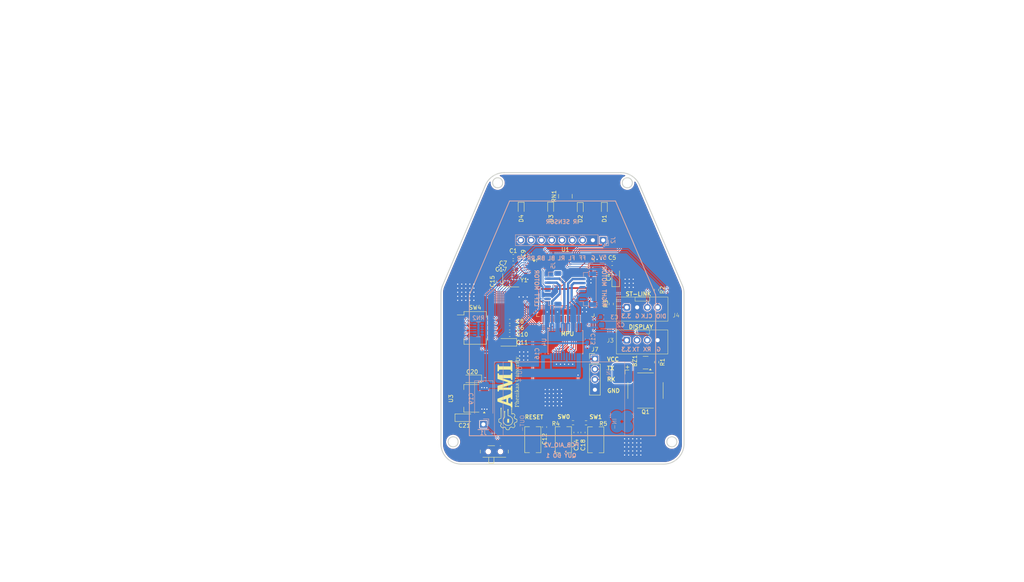
<source format=kicad_pcb>
(kicad_pcb (version 20240108) (generator "pcbnew") (generator_version "8.0")
  (layers (0 "F.Cu" signal) (31 "B.Cu" signal) (34 "B.Paste" user) (35 "F.Paste" user) (36 "B.SilkS" user "B.Silkscreen") (37 "F.SilkS" user "F.Silkscreen") (38 "B.Mask" user) (39 "F.Mask" user) (44 "Edge.Cuts" user))
  (net 0 "")
  (net 1 "GND")
  (net 2 "Net-(BZ1--)")
  (net 3 "+3.3V")
  (net 4 "Net-(C2-Pad2)")
  (net 5 "Net-(C4-Pad2)")
  (net 6 "/NRST")
  (net 7 "/PH1")
  (net 8 "+5V")
  (net 9 "/PH0")
  (net 10 "Net-(D1-K)")
  (net 11 "/LED_3")
  (net 12 "/LED_2")
  (net 13 "Net-(D2-K)")
  (net 14 "Net-(D3-K)")
  (net 15 "/LED_1")
  (net 16 "Net-(D4-K)")
  (net 17 "/LED_0")
  (net 18 "/IR_SENSOR_RR")
  (net 19 "/IR_SENSOR_BL")
  (net 20 "/IR_SENSOR_RL")
  (net 21 "/IR_SENSOR_BR")
  (net 22 "/IR_SENSOR_FF")
  (net 23 "/IR_SENSOR_FL")
  (net 24 "/IR_SENSOR_FR")
  (net 25 "/USART2_RX")
  (net 26 "/USART2_TX")
  (net 27 "/SWDIO")
  (net 28 "/SWCLK")
  (net 29 "/LEFT_MOTOR_O1")
  (net 30 "/LEFT_ENCODER_B")
  (net 31 "/LEFT_ENCODER_A")
  (net 32 "/LEFT_MOTOR_O2")
  (net 33 "/RIGHT_ENCODER_A")
  (net 34 "/RIGHT_ENCODER_B")
  (net 35 "/USART1_TX")
  (net 36 "/USART1_RX")
  (net 37 "Net-(Q1-B)")
  (net 38 "/BUZZER")
  (net 39 "/BUTTON_0")
  (net 40 "/BUTTON_1")
  (net 41 "/USART3_TX")
  (net 45 "/I2C1_SCL")
  (net 46 "/I2C1_SDA")
  (net 54 "/RIGHT_MOTOR_IN2")
  (net 56 "/LEFT_MOTOR_IN1")
  (net 60 "/RIGHT_MOTOR_IN1")
  (net 65 "/LEFT_MOTOR_IN2")
  (net 68 "/USART3_RX")
  (net 72 "/LEFT_MOTOR_PWM")
  (net 84 "/RIGHT_MOTOR_PWM")
  (net 88 "/RIGHT_MOTOR_O2")
  (net 89 "Net-(RN2-R1.2)")
  (net 90 "Net-(RN2-R5.2)")
  (net 91 "Net-(RN2-R4.2)")
  (net 92 "Net-(RN2-R3.2)")
  (net 93 "Net-(RN2-R2.2)")
  (net 94 "/BIT_SW_2")
  (net 95 "/BIT_SW_3")
  (net 96 "/BIT_SW_1")
  (net 97 "/BIT_SW_0")
  (net 98 "/BIT_SW_4")
  (net 103 "/RIGHT_MOTOR_O1")
  (net 104 "Net-(J1-Pin_1)")
  (net 106 "/IN-")
  (net 107 "/IN+")
  (footprint "Capacitor_Tantalum_SMD:CP_EIA-3216-10_Kemet-I" (layer "F.Cu") (at 140.1425 124.27)
    (property "Reference" "C21")
    (property "Value" "10uF")
  )
  (footprint "Button_Switch_SMD:SW_DIP_SPSTx05_Slide_KingTek_DSHP05TS_W7.62mm_P1.27mm" (layer "F.Cu") (at 142.81 102.08)
    (property "Reference" "SW4")
    (property "Value" "SW_DIP_x05")
  )
  (footprint "LOGO" (layer "F.Cu") (at 150.88 118.5 90)
    (property "Reference" "G***" (hide yes))
    (property "Value" "LOGO" (hide yes))
  )
  (footprint "LED_SMD:LED_0603_1608Metric" (layer "F.Cu") (at 154.16 72.5225 -90)
    (property "Reference" "D4")
    (property "Value" "3VL")
  )
  (footprint "Connector_PinHeader_2.54mm:PinHeader_1x04_P2.54mm_Vertical" (layer "F.Cu") (at 172.37 109.73)
    (property "Reference" "J7")
    (property "Value" "MPU")
  )
  (footprint "Resistor_SMD:R_0603_1608Metric" (layer "F.Cu") (at 176.41 96.165 -90)
    (property "Reference" "R3")
    (property "Value" "10K")
  )
  (footprint "JST254:JST 4" (layer "F.Cu") (at 177.69 107.6908)
    (property "Reference" "J3")
    (property "Value" "MPU")
  )
  (footprint "Capacitor_SMD:C_0603_1608Metric" (layer "F.Cu") (at 167.7 127.92 90)
    (property "Reference" "C14")
    (property "Value" "100nF")
  )
  (footprint "Capacitor_Tantalum_SMD:CP_EIA-3216-10_Kemet-I" (layer "F.Cu") (at 177.51 89.5675 90)
    (property "Reference" "C4")
    (property "Value" "2.2uF")
  )
  (footprint "Capacitor_SMD:C_0603_1608Metric" (layer "F.Cu") (at 176.64 86.15)
    (property "Reference" "C5")
    (property "Value" "100nF")
  )
  (footprint "Capacitor_SMD:C_0603_1608Metric" (layer "F.Cu") (at 151.3375 103.69 180)
    (property "Reference" "C10")
    (property "Value" "100nF")
  )
  (footprint "JST254:JST 4" (layer "F.Cu") (at 177.71 99.585)
    (property "Reference" "J4")
    (property "Value" "STLINK")
  )
  (footprint "Crystal:Crystal_SMD_3225-4Pin_3.2x2.5mm" (layer "F.Cu") (at 151.625 90.3)
    (property "Reference" "Y1")
    (property "Value" "Crystal_GND24_Small")
  )
  (footprint "Package_TO_SOT_SMD:SOT-23" (layer "F.Cu") (at 184.8975 110.66 180)
    (property "Reference" "Q1")
    (property "Value" "S8550")
  )
  (footprint "Capacitor_SMD:C_0603_1608Metric" (layer "F.Cu") (at 152.215 87.6)
    (property "Reference" "C17")
    (property "Value" "15pF")
  )
  (footprint "Buzzer_Beeper:MagneticBuzzer_CUI_CMT-8504-100-SMT" (layer "F.Cu") (at 184.86 117.55)
    (property "Reference" "BZ1")
    (property "Value" "Buzzer")
  )
  (footprint "Capacitor_SMD:C_0603_1608Metric" (layer "F.Cu") (at 151.3375 102.04 180)
    (property "Reference" "C6")
    (property "Value" "100nF")
  )
  (footprint "Button_Switch_SMD:SW_Tactile_SPST_NO_Straight_CK_PTS636Sx25SMTRLFS" (layer "F.Cu") (at 172.58 129.72 90)
    (property "Reference" "SW3" (hide yes))
    (property "Value" "SW_Push")
  )
  (footprint "Capacitor_SMD:C_0603_1608Metric" (layer "F.Cu") (at 159.94 126.575 90)
    (property "Reference" "C12")
    (property "Value" "100nF")
  )
  (footprint "LED_SMD:LED_0603_1608Metric" (layer "F.Cu") (at 168.76 72.58 -90)
    (property "Reference" "D2")
    (property "Value" "3VL")
  )
  (footprint "Resistor_SMD:R_Array_Convex_4x0603" (layer "F.Cu") (at 165.08 69.5425 90)
    (property "Reference" "RN1")
    (property "Value" "R_Pack04")
  )
  (footprint "Package_QFP:LQFP-100_14x14mm_P0.5mm" (layer "F.Cu") (at 165.075 92.15)
    (property "Reference" "U1")
    (property "Value" "STM32H743VITx")
  )
  (footprint "Capacitor_SMD:C_0603_1608Metric" (layer "F.Cu") (at 148.51 90.57 -90)
    (property "Reference" "C15")
    (property "Value" "15pF")
  )
  (footprint "Capacitor_SMD:C_0603_1608Metric" (layer "F.Cu") (at 152.215 84.45)
    (property "Reference" "C1")
    (property "Value" "100nF")
  )
  (footprint "Capacitor_SMD:C_0603_1608Metric" (layer "F.Cu") (at 169.43 127.92 90)
    (property "Reference" "C18")
    (property "Value" "100nF")
  )
  (footprint "Capacitor_SMD:C_0603_1608Metric" (layer "F.Cu") (at 151.3375 100.44 180)
    (property "Reference" "C8")
    (property "Value" "100nF")
  )
  (footprint "Capacitor_SMD:C_0603_1608Metric" (layer "F.Cu") (at 152.215 86.05)
    (property "Reference" "C7")
    (property "Value" "100nF")
  )
  (footprint "LED_SMD:LED_0603_1608Metric" (layer "F.Cu") (at 174.71 72.5525 -90)
    (property "Reference" "D1")
    (property "Value" "3VL")
  )
  (footprint "Capacitor_Tantalum_SMD:CP_EIA-3216-10_Kemet-I" (layer "F.Cu") (at 142.075 114.655 180)
    (property "Reference" "C20")
    (property "Value" "10uF")
  )
  (footprint "Resistor_SMD:R_0603_1608Metric" (layer "F.Cu") (at 170.18 125.52 180)
    (property "Reference" "R5")
    (property "Value" "1K")
  )
  (footprint "Resistor_SMD:R_0603_1608Metric" (layer "F.Cu") (at 187.59 92.71 -90)
    (property "Reference" "R2")
    (property "Value" "10K")
  )
  (footprint "Button_Switch_SMD:SW_Tactile_SPST_NO_Straight_CK_PTS636Sx25SMTRLFS" (layer "F.Cu") (at 164.59 129.6875 90)
    (property "Reference" "SW2" (hide yes))
    (property "Value" "SW_Push")
  )
  (footprint "Package_TO_SOT_SMD:SOT-223-3_TabPin2" (layer "F.Cu") (at 141.92 119.48 180)
    (property "Reference" "U3")
    (property "Value" "AMS1117-3.3")
  )
  (footprint "Button_Switch_SMD:SW_Tactile_SPST_NO_Straight_CK_PTS636Sx25SMTRLFS" (layer "F.Cu") (at 157.04 129.6875 90)
    (property "Reference" "SW1" (hide yes))
    (property "Value" "SW_Push")
  )
  (footprint "LED_SMD:LED_0603_1608Metric" (layer "F.Cu") (at 161.44 72.5125 -90)
    (property "Reference" "D3")
    (property "Value" "3VL")
  )
  (footprint "Capacitor_SMD:C_0603_1608Metric" (layer "F.Cu") (at 156.17 83.675 90)
    (property "Reference" "C9")
    (property "Value" "100nF")
  )
  (footprint "Resistor_SMD:R_0603_1608Metric" (layer "F.Cu") (at 166.965 125.5)
    (property "Reference" "R4")
    (property "Value" "1K")
  )
  (footprint "Button_Switch_SMD:SW_SPDT_PCM12" (layer "F.Cu") (at 147.55 132.3)
    (property "Reference" "SW5" (hide yes))
    (property "Value" "SW_DPDT_x2")
  )
  (footprint "Capacitor_Tantalum_SMD:CP_EIA-3216-10_Kemet-I" (layer "F.Cu") (at 150.7375 105.64 180)
    (property "Reference" "C11")
    (property "Value" "4.7uF")
  )
  (footprint "Resistor_SMD:R_0603_1608Metric" (layer "F.Cu") (at 187.62 110.535 -90)
    (property "Reference" "R1")
    (property "Value" "1K")
  )
  (footprint "Connector_JST:JST_SH_BM06B-SRSS-TB_1x06-1MP_P1.00mm_Vertical" (layer "B.Cu") (at 162.025 92.4 90)
    (property "Reference" "J5")
    (property "Value" "Conn_01x06_Pin")
  )
  (footprint "Capacitor_Tantalum_SMD:CP_EIA-7343-20_Kemet-V" (layer "B.Cu") (at 144.93 119.5375 -90)
    (property "Reference" "C19")
    (property "Value" "330uF")
  )
  (footprint "Package_SO:SSOP-24_5.3x8.2mm_P0.65mm" (layer "B.Cu") (at 165.1 105.6 -90)
    (property "Reference" "U4")
    (property "Value" "TB6612FNG")
  )
  (footprint "Capacitor_SMD:C_0603_1608Metric" (layer "B.Cu") (at 159.56 108.435 90)
    (property "Reference" "C16")
    (property "Value" "10uF")
  )
  (footprint "Capacitor_Tantalum_SMD:CP_EIA-3216-10_Kemet-I" (layer "B.Cu") (at 175.38 101.35 180)
    (property "Reference" "C2")
    (property "Value" "2.2uF")
  )
  (footprint "Connector_JST:JST_SH_BM06B-SRSS-TB_1x06-1MP_P1.00mm_Vertical" (layer "B.Cu") (at 170.65 92.5 90)
    (property "Reference" "J6")
    (property "Value" "Conn_01x06_Pin")
  )
  (footprint "Connector_PinHeader_2.54mm:PinHeader_1x09_P2.54mm_Vertical" (layer "B.Cu") (at 174.41 80.4 90)
    (property "Reference" "J2")
    (property "Value" "Conn_01x09_Pin")
  )
  (footprint "Resistor_SMD:R_Array_Convex_5x0603" (layer "B.Cu") (at 143.62 102.43 180)
    (property "Reference" "RN2")
    (property "Value" "R_Pack05")
  )
  (footprint "Mini560:Mini560_5A" (layer "B.Cu") (at 164.7 119.04 -90)
    (property "Reference" "U2")
    (property "Value" "Output 5V" (hide yes))
  )
  (footprint "Connector_PinHeader_2.54mm:PinHeader_1x01_P2.54mm_Vertical" (layer "B.Cu") (at 144.84 125.9 180)
    (property "Reference" "J1")
    (property "Value" "EN pin")
  )
  (footprint "Capacitor_SMD:C_0603_1608Metric" (layer "B.Cu") (at 170.5 104.825 90)
    (property "Reference" "C13")
    (property "Value" "10uF")
  )
  (footprint "Capacitor_SMD:C_0603_1608Metric" (layer "B.Cu") (at 174.55 99.4)
    (property "Reference" "C3")
    (property "Value" "100nF")
  )
  (gr_line (start 151.292092 70.718494) (end 141.369805 93.950627) (stroke (width 0.2)) (layer "B.SilkS"))
  (gr_line (start 187.37 128.718494) (end 187.37 93.950711) (stroke (width 0.2)) (layer "B.SilkS"))
  (gr_line (start 177.447908 70.718494) (end 151.292092 70.718494) (stroke (width 0.2)) (layer "B.SilkS"))
  (gr_line (start 141.37 93.950711) (end 141.37 128.718494) (stroke (width 0.2)) (layer "B.SilkS"))
  (gr_line (start 187.37 93.950711) (end 177.447713 70.718578) (stroke (width 0.2)) (layer "B.SilkS"))
  (gr_line (start 141.37 128.718494) (end 187.37 128.718494) (stroke (width 0.2)) (layer "B.SilkS"))
  (gr_arc (start 193.968179 91.577646) (mid 194.268506 92.539234) (end 194.37 93.541506) (stroke (width 0.25)) (layer "Edge.Cuts"))
  (gr_line (start 145.373297 66.754678) (end 134.771801 91.577693) (stroke (width 0.25)) (layer "Edge.Cuts"))
  (gr_circle (center 180.37 66.218494) (end 181.62 66.218494) (stroke (width 0.25)) (fill none) (layer "Edge.Cuts"))
  (gr_arc (start 194.37 130.718494) (mid 192.905534 134.254028) (end 189.37 135.718494) (stroke (width 0.25)) (layer "Edge.Cuts"))
  (gr_line (start 183.366704 66.75468) (end 193.968179 91.577646) (stroke (width 0.25)) (layer "Edge.Cuts"))
  (gr_line (start 139.37 135.718494) (end 189.37 135.718494) (stroke (width 0.25)) (layer "Edge.Cuts"))
  (gr_line (start 194.37 130.718494) (end 194.37 93.541506) (stroke (width 0.25)) (layer "Edge.Cuts"))
  (gr_line (start 134.37 130.718495) (end 134.37 93.541504) (stroke (width 0.25)) (layer "Edge.Cuts"))
  (gr_circle (center 137.37 130.218494) (end 138.62 130.218494) (stroke (width 0.25)) (fill none) (layer "Edge.Cuts"))
  (gr_arc (start 134.37 93.541504) (mid 134.47148 92.539257) (end 134.771801 91.577693) (stroke (width 0.25)) (layer "Edge.Cuts"))
  (gr_circle (center 148.37 66.218494) (end 149.62 66.218494) (stroke (width 0.25)) (fill none) (layer "Edge.Cuts"))
  (gr_line (start 149.971492 63.718494) (end 178.7685 63.718494) (stroke (width 0.25)) (layer "Edge.Cuts"))
  (gr_circle (center 191.37 130.218494) (end 192.62 130.218494) (stroke (width 0.25)) (fill none) (layer "Edge.Cuts"))
  (gr_arc (start 145.373297 66.754678) (mid 147.216415 64.54602) (end 149.971492 63.718494) (stroke (width 0.25)) (layer "Edge.Cuts"))
  (gr_arc (start 139.37 135.718494) (mid 135.834466 134.254028) (end 134.37 130.718495) (stroke (width 0.25)) (layer "Edge.Cuts"))
  (gr_arc (start 178.7685 63.718494) (mid 181.523581 64.546021) (end 183.366704 66.75468) (stroke (width 0.25)) (layer "Edge.Cuts"))
  (gr_text "BR" (at 160.23 85.44 0) (layer "B.SilkS") (effects (font (size 1 1) (thickness 0.2) (bold yes)) (justify left bottom mirror)))
  (gr_text "QUỶ ĐỎ 1" (at 167.9 134.2 0) (layer "B.SilkS") (effects (font (size 1 1) (thickness 0.2) (bold yes)) (justify left bottom mirror)))
  (gr_text "LEFT MOTOR" (at 157.41 96.97 270) (layer "B.SilkS") (effects (font (size 1 1) (thickness 0.2) (bold yes)) (justify left bottom mirror)))
  (gr_text "G" (at 188.74 107.95 0) (layer "B.SilkS") (effects (font (size 1 1) (thickness 0.2) (bold yes)) (justify left bottom mirror)))
  (gr_text "FR" (at 155.11 85.5 0) (layer "B.SilkS") (effects (font (size 1 1) (thickness 0.2) (bold yes)) (justify left bottom mirror)))
  (gr_text "G" (at 172.57 85.34 0) (layer "B.SilkS") (effects (font (size 1 1) (thickness 0.2) (bold yes)) (justify left bottom mirror)))
  (gr_text "IR SENSOR" (at 168.56 76.44 0) (layer "B.SilkS") (effects (font (size 1 1) (thickness 0.2) (bold yes)) (justify left bottom mirror)))
  (gr_text "FL" (at 167.61 85.41 0) (layer "B.SilkS") (effects (font (size 1 1) (thickness 0.2) (bold yes)) (justify left bottom mirror)))
  (gr_text "3.3" (at 181.43 107.97 0) (layer "B.SilkS") (effects (font (size 1 1) (thickness 0.2) (bold yes)) (justify left bottom mirror)))
  (gr_text "DIO" (at 190.11 99.77 0) (layer "B.SilkS") (effects (font (size 1 1) (thickness 0.2) (bold yes)) (justify left bottom mirror)))
  (gr_text "RX" (at 186.37 107.94 0) (layer "B.SilkS") (effects (font (size 1 1) (thickness 0.2) (bold yes)) (justify left bottom mirror)))
  (gr_text "G" (at 183.47 99.75 0) (layer "B.SilkS") (effects (font (size 1 1) (thickness 0.2) (bold yes)) (justify left bottom mirror)))
  (gr_text "TX" (at 183.48 107.98 0) (layer "B.SilkS") (effects (font (size 1 1) (thickness 0.2) (bold yes)) (justify left bottom mirror)))
  (gr_text "FF" (at 170.26 85.4 0) (layer "B.SilkS") (effects (font (size 1 1) (thickness 0.2) (bold yes)) (justify left bottom mirror)))
  (gr_text "5V" (at 175.38 85.26 0) (layer "B.SilkS") (effects (font (size 1 1) (thickness 0.2) (bold yes)) (justify left bottom mirror)))
  (gr_text "3.3" (at 181.42 99.74 0) (layer "B.SilkS") (effects (font (size 1 1) (thickness 0.2) (bold yes)) (justify left bottom mirror)))
  (gr_text "RR" (at 157.71 85.46 0) (layer "B.SilkS") (effects (font (size 1 1) (thickness 0.2) (bold yes)) (justify left bottom mirror)))
  (gr_text "BL" (at 162.67 85.44 0) (layer "B.SilkS") (effects (font (size 1 1) (thickness 0.2) (bold yes)) (justify left bottom mirror)))
  (gr_text "PCB_AIO_V2" (at 168.6 131.6 -0) (layer "B.SilkS") (effects (font (size 1 1) (thickness 0.2) (bold yes)) (justify left bottom mirror)))
  (gr_text "CLK" (at 186.7 99.74 0) (layer "B.SilkS") (effects (font (size 1 1) (thickness 0.2) (bold yes)) (justify left bottom mirror)))
  (gr_text "RIGHT MOTOR" (at 174.06 96.99 270) (layer "B.SilkS") (effects (font (size 1 1) (thickness 0.2) (bold yes)) (justify left bottom mirror)))
  (gr_text "RL" (at 165.12 85.43 0) (layer "B.SilkS") (effects (font (size 1 1) (thickness 0.2) (bold yes)) (justify left bottom mirror)))
  (gr_text "DISPLAY" (at 180.61 102.4 0) (layer "F.SilkS") (effects (font (size 1 1) (thickness 0.2) (bold yes)) (justify left bottom)))
  (gr_text "RESET" (at 154.96 124.7 0) (layer "F.SilkS") (effects (font (size 1 1) (thickness 0.2) (bold yes)) (justify left bottom)))
  (gr_text "TX" (at 175.25 112.64 0) (layer "F.SilkS") (effects (font (size 1 1) (thickness 0.2) (bold yes)) (justify left bottom)))
  (gr_text "SW0" (at 163.03 124.61 0) (layer "F.SilkS") (effects (font (size 1 1) (thickness 0.2) (bold yes)) (justify left bottom)))
  (gr_text "RX" (at 175.26 115.35 0) (layer "F.SilkS") (effects (font (size 1 1) (thickness 0.2) (bold yes)) (justify left bottom)))
  (gr_text "SW1" (at 170.91 124.66 0) (layer "F.SilkS") (effects (font (size 1 1) (thickness 0.2) (bold yes)) (justify left bottom)))
  (gr_text "VCC" (at 175.26 110.41 0) (layer "F.SilkS") (effects (font (size 1 1) (thickness 0.2) (bold yes)) (justify left bottom)))
  (gr_text "MPU" (at 163.87 104.13 0) (layer "F.SilkS") (effects (font (size 1 1) (thickness 0.2) (bold yes)) (justify left bottom)))
  (gr_text "ST-LINK" (at 179.85 94.29 0) (layer "F.SilkS") (effects (font (size 1 1) (thickness 0.2) (bold yes)) (justify left bottom)))
  (gr_text "GND" (at 175.31 118.18 0) (layer "F.SilkS") (effects (font (size 1 1) (thickness 0.2) (bold yes)) (justify left bottom)))
  (via (at 165.88 111.05) (size 0.6) (drill 0.3) (layers "F.Cu" "B.Cu") (net 1))
  (via (at 163.12 119.31) (size 0.6) (drill 0.3) (layers "F.Cu" "B.Cu") (net 1))
  (via (at 172.92 85.15) (size 0.6) (drill 0.3) (layers "F.Cu" "B.Cu") (net 1))
  (via (at 149.72 87.72) (size 0.6) (drill 0.3) (layers "F.Cu" "B.Cu") (net 1))
  (via (at 141.49 94.26) (size 0.6) (drill 0.3) (layers "F.Cu" "B.Cu") (net 1))
  (via (at 140.49 93.26) (size 0.6) (drill 0.3) (layers "F.Cu" "B.Cu") (net 1))
  (via (at 155.79 109.02) (size 0.6) (drill 0.3) (layers "F.Cu" "B.Cu") (net 1))
  (via (at 163.12 117.31) (size 0.6) (drill 0.3) (layers "F.Cu" "B.Cu") (net 1))
  (via (at 161.12 118.31) (size 0.6) (drill 0.3) (layers "F.Cu" "B.Cu") (net 1))
  (via (at 161.12 117.31) (size 0.6) (drill 0.3) (layers "F.Cu" "B.Cu") (net 1))
  (via (at 154.79 108.02) (size 0.6) (drill 0.3) (layers "F.Cu" "B.Cu") (net 1))
  (via (at 181.84 91.05) (size 0.6) (drill 0.3) (layers "F.Cu" "B.Cu") (net 1))
  (via (at 138.49 94.26) (size 0.6) (drill 0.3) (layers "F.Cu" "B.Cu") (net 1))
  (via (at 140.49 91.26) (size 0.6) (drill 0.3) (layers "F.Cu" "B.Cu") (net 1))
  (via (at 170.28 97.08) (size 0.6) (drill 0.3) (layers "F.Cu" "B.Cu") (net 1))
  (via (at 162.88 111.05) (size 0.6) (drill 0.3) (layers "F.Cu" "B.Cu") (net 1))
  (via (at 179.84 90.05) (size 0.6) (drill 0.3) (layers "F.Cu" "B.Cu") (net 1))
  (via (at 140.49 94.26) (size 0.6) (drill 0.3) (layers "F.Cu" "B.Cu") (net 1))
  (via (at 163.12 121.31) (size 0.6) (drill 0.3) (layers "F.Cu" "B.Cu") (net 1))
  (via (at 164.12 117.31) (size 0.6) (drill 0.3) (layers "F.Cu" "B.Cu") (net 1))
  (via (at 160.6 98.13) (size 0.6) (drill 0.3) (layers "F.Cu" "B.Cu") (net 1))
  (via (at 164.12 118.31) (size 0.6) (drill 0.3) (layers "F.Cu" "B.Cu") (net 1))
  (via (at 183.7 132.48) (size 0.6) (drill 0.3) (layers "F.Cu" "B.Cu") (net 1))
  (via (at 164.12 119.31) (size 0.6) (drill 0.3) (layers "F.Cu" "B.Cu") (net 1))
  (via (at 181.7 130.48) (size 0.6) (drill 0.3) (layers "F.Cu" "B.Cu") (net 1))
  (via (at 142.49 92.26) (size 0.6) (drill 0.3) (layers "F.Cu" "B.Cu") (net 1))
  (via (at 139.49 91.26) (size 0.6) (drill 0.3) (layers "F.Cu" "B.Cu") (net 1))
  (via (at 141.49 95.26) (size 0.6) (drill 0.3) (layers "F.Cu" "B.Cu") (net 1))
  (via (at 139.49 94.26) (size 0.6) (drill 0.3) (layers "F.Cu" "B.Cu") (net 1))
  (via (at 180.7 133.48) (size 0.6) (drill 0.3) (layers "F.Cu" "B.Cu") (net 1))
  (via (at 160.12 117.31) (size 0.6) (drill 0.3) (layers "F.Cu" "B.Cu") (net 1))
  (via (at 163.88 111.05) (size 0.6) (drill 0.3) (layers "F.Cu" "B.Cu") (net 1))
  (via (at 180.7 131.48) (size 0.6) (drill 0.3) (layers "F.Cu" "B.Cu") (net 1))
  (via (at 181.7 132.48) (size 0.6) (drill 0.3) (layers "F.Cu" "B.Cu") (net 1))
  (via (at 164.12 121.31) (size 0.6) (drill 0.3) (layers "F.Cu" "B.Cu") (net 1))
  (via (at 183.7 131.48) (size 0.6) (drill 0.3) (layers "F.Cu" "B.Cu") (net 1))
  (via (at 160.12 120.31) (size 0.6) (drill 0.3) (layers "F.Cu" "B.Cu") (net 1))
  (via (at 179.7 130.48) (size 0.6) (drill 0.3) (layers "F.Cu" "B.Cu") (net 1))
  (via (at 182.7 129.48) (size 0.6) (drill 0.3) (layers "F.Cu" "B.Cu") (net 1))
  (via (at 179.7 132.48) (size 0.6) (drill 0.3) (layers "F.Cu" "B.Cu") (net 1))
  (via (at 162.12 120.31) (size 0.6) (drill 0.3) (layers "F.Cu" "B.Cu") (net 1))
  (via (at 181.84 90.05) (size 0.6) (drill 0.3) (layers "F.Cu" "B.Cu") (net 1))
  (via (at 181.7 133.48) (size 0.6) (drill 0.3) (layers "F.Cu" "B.Cu") (net 1))
  (via (at 162.12 117.31) (size 0.6) (drill 0.3) (layers "F.Cu" "B.Cu") (net 1))
  (via (at 141.49 92.26) (size 0.6) (drill 0.3) (layers "F.Cu" "B.Cu") (net 1))
  (via (at 183.7 129.48) (size 0.6) (drill 0.3) (layers "F.Cu" "B.Cu") (net 1))
  (via (at 145.72 122.17) (size 0.6) (drill 0.3) (layers "F.Cu" "B.Cu") (net 1))
  (via (at 154.79 110.02) (size 0.6) (drill 0.3) (layers "F.Cu" "B.Cu") (net 1))
  (via (at 180.7 132.48) (size 0.6) (drill 0.3) (layers "F.Cu" "B.Cu") (net 1))
  (via (at 139.49 95.26) (size 0.6) (drill 0.3) (layers "F.Cu" "B.Cu") (net 1))
  (via (at 162.12 119.31) (size 0.6) (drill 0.3) (layers "F.Cu" "B.Cu") (net 1))
  (via (at 163.12 120.31) (size 0.6) (drill 0.3) (layers "F.Cu" "B.Cu") (net 1))
  (via (at 180.7 129.48) (size 0.6) (drill 0.3) (layers "F.Cu" "B.Cu") (net 1))
  (via (at 180.84 92.05) (size 0.6) (drill 0.3) (layers "F.Cu" "B.Cu") (net 1))
  (via (at 179.7 129.48) (size 0.6) (drill 0.3) (layers "F.Cu" "B.Cu") (net 1))
  (via (at 154.67 94.43) (size 0.6) (drill 0.3) (layers "F.Cu" "B.Cu") (net 1))
  (via (at 169.28 98.08) (size 0.6) (drill 0.3) (layers "F.Cu" "B.Cu") (net 1))
  (via (at 173.92 85.15) (size 0.6) (drill 0.3) (layers "F.Cu" "B.Cu") (net 1))
  (via (at 182.7 131.48) (size 0.6) (drill 0.3) (layers "F.Cu" "B.Cu") (net 1))
  (via (at 161.12 120.31) (size 0.6) (drill 0.3) (layers "F.Cu" "B.Cu") (net 1))
  (via (at 164.88 111.05) (size 0.6) (drill 0.3) (layers "F.Cu" "B.Cu") (net 1))
  (via (at 153.79 109.02) (size 0.6) (drill 0.3) (layers "F.Cu" "B.Cu") (net 1))
  (via (at 138.49 95.26) (size 0.6) (drill 0.3) (layers "F.Cu" "B.Cu") (net 1))
  (via (at 153.79 108.02) (size 0.6) (drill 0.3) (layers "F.Cu" "B.Cu") (net 1))
  (via (at 148.72 86.72) (size 0.6) (drill 0.3) (layers "F.Cu" "B.Cu") (net 1))
  (via (at 142.49 93.26) (size 0.6) (drill 0.3) (layers "F.Cu" "B.Cu") (net 1))
  (via (at 142.49 91.26) (size 0.6) (drill 0.3) (layers "F.Cu" "B.Cu") (net 1))
  (via (at 144.47 122.14) (size 0.6) (drill 0.3) (layers "F.Cu" "B.Cu") (net 1))
  (via (at 164.12 120.31) (size 0.6) (drill 0.3) (layers "F.Cu" "B.Cu") (net 1))
  (via (at 181.7 131.48) (size 0.6) (drill 0.3) (layers "F.Cu" "B.Cu") (net 1))
  (via (at 160.12 119.31) (size 0.6) (drill 0.3) (layers "F.Cu" "B.Cu") (net 1))
  (via (at 180.84 91.05) (size 0.6) (drill 0.3) (layers "F.Cu" "B.Cu") (net 1))
  (via (at 153.79 110.02) (size 0.6) (drill 0.3) (layers "F.Cu" "B.Cu") (net 1))
  (via (at 181.84 92.05) (size 0.6) (drill 0.3) (layers "F.Cu" "B.Cu") (net 1))
  (via (at 169.28 97.08) (size 0.6) (drill 0.3) (layers "F.Cu" "B.Cu") (net 1))
  (via (at 170.28 98.08) (size 0.6) (drill 0.3) (layers "F.Cu" "B.Cu") (net 1))
  (via (at 179.7 133.48) (size 0.6) (drill 0.3) (layers "F.Cu" "B.Cu") (net 1))
  (via (at 160.12 121.31) (size 0.6) (drill 0.3) (layers "F.Cu" "B.Cu") (net 1))
  (via (at 161.12 121.31) (size 0.6) (drill 0.3) (layers "F.Cu" "B.Cu") (net 1))
  (via (at 140.49 92.26) (size 0.6) (drill 0.3) (layers "F.Cu" "B.Cu") (net 1))
  (via (at 145.1 122.15) (size 0.6) (drill 0.3) (layers "F.Cu" "B.Cu") (net 1))
  (via (at 180.7 130.48) (size 0.6) (drill 0.3) (layers "F.Cu" "B.Cu") (net 1))
  (via (at 139.49 93.26) (size 0.6) (drill 0.3) (layers "F.Cu" "B.Cu") (net 1))
  (via (at 142.49 95.26) (size 0.6) (drill 0.3) (layers "F.Cu" "B.Cu") (net 1))
  (via (at 183.7 130.48) (size 0.6) (drill 0.3) (layers "F.Cu" "B.Cu") (net 1))
  (via (at 163.14 98.13) (size 0.6) (drill 0.3) (layers "F.Cu" "B.Cu") (net 1))
  (via (at 153.67 94.43) (size 0.6) (drill 0.3) (layers "F.Cu" "B.Cu") (net 1))
  (via (at 140.49 95.26) (size 0.6) (drill 0.3) (layers "F.Cu" "B.Cu") (net 1))
  (via (at 179.84 91.05) (size 0.6) (drill 0.3) (layers "F.Cu" "B.Cu") (net 1))
  (via (at 182.7 130.48) (size 0.6) (drill 0.3) (layers "F.Cu" "B.Cu") (net 1))
  (via (at 138.49 93.26) (size 0.6) (drill 0.3) (layers "F.Cu" "B.Cu") (net 1))
  (via (at 180.84 90.05) (size 0.6) (drill 0.3) (layers "F.Cu" "B.Cu") (net 1))
  (via (at 139.49 92.26) (size 0.6) (drill 0.3) (layers "F.Cu" "B.Cu") (net 1))
  (via (at 181.7 129.48) (size 0.6) (drill 0.3) (layers "F.Cu" "B.Cu") (net 1))
  (via (at 138.49 92.26) (size 0.6) (drill 0.3) (layers "F.Cu" "B.Cu") (net 1))
  (via (at 162.12 121.31) (size 0.6) (drill 0.3) (layers "F.Cu" "B.Cu") (net 1))
  (via (at 154.79 109.02) (size 0.6) (drill 0.3) (layers "F.Cu" "B.Cu") (net 1))
  (via (at 171.39 90.94) (size 0.6) (drill 0.3) (layers "F.Cu" "B.Cu") (net 1))
  (via (at 155.8 90.09) (size 0.6) (drill 0.3) (layers "F.Cu" "B.Cu") (net 1))
  (via (at 163.12 118.31) (size 0.6) (drill 0.3) (layers "F.Cu" "B.Cu") (net 1))
  (via (at 155.79 110.02) (size 0.6) (drill 0.3) (layers "F.Cu" "B.Cu") (net 1))
  (via (at 141.49 93.26) (size 0.6) (drill 0.3) (layers "F.Cu" "B.Cu") (net 1))
  (via (at 155.67 94.43) (size 0.6) (drill 0.3) (layers "F.Cu" "B.Cu") (net 1))
  (via (at 182.7 133.48) (size 0.6) (drill 0.3) (layers "F.Cu" "B.Cu") (net 1))
  (via (at 171.38 90.08) (size 0.6) (drill 0.3) (layers "F.Cu" "B.Cu") (net 1))
  (via (at 161.12 119.31) (size 0.6) (drill 0.3) (layers "F.Cu" "B.Cu") (net 1))
  (via (at 162.12 118.31) (size 0.6) (drill 0.3) (layers "F.Cu" "B.Cu") (net 1))
  (via (at 183.7 133.48) (size 0.6) (drill 0.3) (layers "F.Cu" "B.Cu") (net 1))
  (via (at 166.88 111.05) (size 0.6) (drill 0.3) (layers "F.Cu" "B.Cu") (net 1))
  (via (at 179.84 92.05) (size 0.6) (drill 0.3) (layers "F.Cu" "B.Cu") (net 1))
  (via (at 155.79 108.02) (size 0.6) (drill 0.3) (layers "F.Cu" "B.Cu") (net 1))
  (via (at 148.72 87.72) (size 0.6) (drill 0.3) (layers "F.Cu" "B.Cu") (net 1))
  (via (at 138.49 91.26) (size 0.6) (drill 0.3) (layers "F.Cu" "B.Cu") (net 1))
  (via (at 179.7 131.48) (size 0.6) (drill 0.3) (layers "F.Cu" "B.Cu") (net 1))
  (via (at 160.12 118.31) (size 0.6) (drill 0.3) (layers "F.Cu" "B.Cu") (net 1))
  (via (at 141.49 91.26) (size 0.6) (drill 0.3) (layers "F.Cu" "B.Cu") (net 1))
  (via (at 142.49 94.26) (size 0.6) (drill 0.3) (layers "F.Cu" "B.Cu") (net 1))
  (via (at 149.72 86.72) (size 0.6) (drill 0.3) (layers "F.Cu" "B.Cu") (net 1))
  (via (at 182.7 132.48) (size 0.6) (drill 0.3) (layers "F.Cu" "B.Cu") (net 1))
  (segment (start 144.99 122.71) (end 147.94 122.71) (width 1) (layer "B.Cu") (net 1))
  (segment (start 149.17 126.48) (end 149.17 123.94) (width 1) (layer "B.Cu") (net 1))
  (segment (start 144.93 122.65) (end 144.99 122.71) (width 1) (layer "B.Cu") (net 1))
  (segment (start 147.94 122.71) (end 149.17 123.94) (width 1) (layer "B.Cu") (net 1))
  (segment (start 181.36 113.26) (end 183.96 110.66) (width 0.2) (layer "F.Cu") (net 2))
  (segment (start 181.36 114.05) (end 181.36 113.26) (width 0.2) (layer "F.Cu") (net 2))
  (segment (start 153.2175 102.05) (end 152.1225 102.05) (width 0.2) (layer "F.Cu") (net 3))
  (segment (start 153.2675 103.69) (end 152.1125 103.69) (width 0.2) (layer "F.Cu") (net 3))
  (segment (start 152.99 84.45) (end 152.99 86.05) (width 0.4) (layer "F.Cu") (net 3))
  (segment (start 156.15 88.85) (end 156.36759 88.85) (width 0.2) (layer "F.Cu") (net 3))
  (segment (start 170.9 86.15) (end 170.78 86.27) (width 0.2) (layer "F.Cu") (net 3))
  (segment (start 172.75 86.15) (end 170.9 86.15) (width 0.2) (layer "F.Cu") (net 3))
  (segment (start 166.25 127.145) (end 167.7 127.145) (width 0.5) (layer "F.Cu") (net 3))
  (segment (start 156.17 84.45) (end 159 84.45) (width 0.4) (layer "F.Cu") (net 3))
  (segment (start 169.355 125.52) (end 167.81 125.52) (width 0.5) (layer "F.Cu") (net 3))
  (segment (start 171.07 94.98) (end 171.075 94.985) (width 0.2) (layer "F.Cu") (net 3))
  (segment (start 154.0788 87.1388) (end 154.0788 87.676591) (width 0.2) (layer "F.Cu") (net 3))
  (segment (start 165.79 92.45) (end 166.01 92.23) (width 0.4) (layer "F.Cu") (net 3))
  (segment (start 153.51 105.64) (end 153.72 105.85) (width 0.5) (layer "F.Cu") (net 3))
  (segment (start 156.17 84.45) (end 152.99 84.45) (width 0.4) (layer "F.Cu") (net 3))
  (segment (start 153.25 102.87) (end 152.0975 102.87) (width 0.4) (layer "F.Cu") (net 3))
  (segment (start 158.66 92.229061) (end 158.66 84.56) (width 0.4) (layer "F.Cu") (net 3))
  (segment (start 155.541088 88.599617) (end 155.791471 88.85) (width 0.2) (layer "F.Cu") (net 3))
  (segment (start 152.0875 105.64) (end 152.0875 102.88) (width 0.5) (layer "F.Cu") (net 3))
  (segment (start 138.77 108.19) (end 138.986878 107.973122) (width 0.5) (layer "F.Cu") (net 3))
  (segment (start 144.55 107.953122) (end 144.57 107.973122) (width 0.2) (layer "F.Cu") (net 3))
  (segment (start 158.63 101) (end 159.56 101) (width 0.2) (layer "F.Cu") (net 3))
  (segment (start 169.43 127.145) (end 169.43 125.595) (width 0.5) (layer "F.Cu") (net 3))
  (segment (start 151.886878 107.973122) (end 152.0875 107.7725) (width 0.5) (layer "F.Cu") (net 3))
  (segment (start 138.7925 119.5025) (end 138.77 119.48) (width 0.5) (layer "F.Cu") (net 3))
  (segment (start 155.791471 88.85) (end 156.15 88.85) (width 0.2) (layer "F.Cu") (net 3))
  (segment (start 159.56 101) (end 159.575 100.985) (width 0.2) (layer "F.Cu") (net 3))
  (segment (start 176.4492 96.9942) (end 176.41 96.955) (width 0.4) (layer "F.Cu") (net 3))
  (segment (start 177.58 105.1) (end 180.23 105.1) (width 0.4) (layer "F.Cu") (net 3))
  (segment (start 156.36759 88.85) (end 156.56759 88.65) (width 0.2) (layer "F.Cu") (net 3))
  (segment (start 158.65 91.15) (end 157.4 91.15) (width 0.2) (layer "F.Cu") (net 3))
  (segment (start 153.2175 100.44) (end 152.1125 100.44) (width 0.2) (layer "F.Cu") (net 3))
  (segment (start 158.882732 92.451793) (end 158.66 92.229061) (width 0.4) (layer "F.Cu") (net 3))
  (segment (start 152.0975 102.87) (end 152.0875 102.88) (width 0.4) (layer "F.Cu") (net 3))
  (segment (start 152.0875 100.465) (end 152.1125 100.44) (width 0.5) (layer "F.Cu") (net 3))
  (segment (start 154.0788 87.676591) (end 155.001826 88.599617) (width 0.2) (layer "F.Cu") (net 3))
  (segment (start 157.4 96.15) (end 155.73 96.15) (width 0.2) (layer "F.Cu") (net 3))
  (segment (start 152.0875 107.7725) (end 152.0875 105.64) (width 0.5) (layer "F.Cu") (net 3))
  (segment (start 157.4 95.65) (end 155.22 95.65) (width 0.2) (layer "F.Cu") (net 3))
  (segment (start 177.27 102.74) (end 177.27 96.9942) (width 0.4) (layer "F.Cu") (net 3))
  (segment (start 138.84 124.3175) (end 138.84 127.93) (width 0.5) (layer "F.Cu") (net 3))
  (segment (start 171.07 92.28) (end 171.07 94.98) (width 0.4) (layer "F.Cu") (net 3))
  (segment (start 172.185 99.825) (end 171.075 99.825) (width 0.2) (layer "F.Cu") (net 3))
  (segment (start 157.4 88.65) (end 158.66 88.65) (width 0.2) (layer "F.Cu") (net 3))
  (segment (start 167.7 127.145) (end 169.43 127.145) (width 0.5) (layer "F.Cu") (net 3))
  (segment (start 177.27 104.79) (end 177.58 105.1) (width 0.4) (layer "F.Cu") (net 3))
  (segment (start 172.2 99.84) (end 172.185 99.825) (width 0.2) (layer "F.Cu") (net 3))
  (segment (start 138.7925 124.27) (end 138.7925 119.5025) (width 0.5) (layer "F.Cu") (net 3))
  (segment (start 172.2 99.84) (end 172.2 102.69) (width 0.4) (layer "F.Cu") (net 3))
  (segment (start 172.37 109.73) (end 172.35 109.75) (width 0.5) (layer "F.Cu") (net 3))
  (segment (start 155.73 96.15) (end 155.71 96.17) (width 0.2) (layer "F.Cu") (net 3))
  (segment (start 166.18 127.215) (end 166.25 127.145) (width 0.5) (layer "F.Cu") (net 3))
  (segment (start 177.27 102.74) (end 177.27 104.79) (width 0.4) (layer "F.Cu") (net 3))
  (segment (start 170.78 92.23) (end 171.02 92.23) (width 0.4) (layer "F.Cu") (net 3))
  (segment (start 169.43 125.595) (end 169.355 125.52) (width 0.5) (layer "F.Cu") (net 3))
  (segment (start 166.18 128.28) (end 166.18 127.215) (width 0.5) (layer "F.Cu") (net 3))
  (segment (start 172.35 109.75) (end 170.5 109.75) (width 0.5) (layer "F.Cu") (net 3))
  (segment (start 170.5 109.75) (end 170.5 106.73) (width 0.5) (layer "F.Cu") (net 3))
  (segment (start 160.173586 92.45) (end 165.79 92.45) (width 0.4) (layer "F.Cu") (net 3))
  (segment (start 152.0875 102.88) (end 152.0875 100.465) (width 0.5) (layer "F.Cu") (net 3))
  (segment (start 171.07 98.05) (end 172.2 99.18) (width 0.4) (layer "F.Cu") (net 3))
  (segment (start 138.84 127.93) (end 139.34 128.43) (width 0.5) (layer "F.Cu") (net 3))
  (segment (start 152.1225 102.05) (end 152.1125 102.04) (width 0.2) (layer "F.Cu") (net 3))
  (segment (start 159.575 100.985) (end 159.575 99.825) (width 0.2) (layer "F.Cu") (net 3))
  (segment (start 175.865 86.15) (end 172.75 86.15) (width 0.2) (layer "F.Cu") (net 3))
  (segment (start 166.01 92.23) (end 170.78 92.23) (width 0.4) (layer "F.Cu") (net 3))
  (segment (start 167.79 125.5) (end 167.79 127.055) (width 0.5) (layer "F.Cu") (net 3))
  (segment (start 139.34 128.43) (end 166.03 128.43) (width 0.5) (layer "F.Cu") (net 3))
  (segment (start 155.22 95.65) (end 155.21 95.66) (width 0.2) (layer "F.Cu") (net 3))
  (segment (start 152.0875 105.64) (end 153.51 105.64) (width 0.5) (layer "F.Cu") (net 3))
  (segment (start 144.55 107.21) (end 144.55 107.953122) (width 0.2) (layer "F.Cu") (net 3))
  (segment (start 167.79 127.055) (end 167.7 127.145) (width 0.5) (layer "F.Cu") (net 3))
  (segment (start 166.03 128.43) (end 166.18 128.28) (width 0.5) (layer "F.Cu") (net 3))
  (segment (start 156.56759 88.65) (end 157.4 88.65) (width 0.2) (layer "F.Cu") (net 3))
  (segment (start 160.171793 92.451793) (end 160.173586 92.45) (width 0.4) (layer "F.Cu") (net 3))
  (segment (start 177.4358 96.9942) (end 176.4492 96.9942) (width 0.4) (layer "F.Cu") (net 3))
  (segment (start 158.66 91.14) (end 158.65 91.15) (width 0.2) (layer "F.Cu") (net 3))
  (segment (start 172.2 99.18) (end 172.2 99.84) (width 0.4) (layer "F.Cu") (net 3))
  (segment (start 152.99 86.05) (end 154.0788 87.1388) (width 0.2) (layer "F.Cu") (net 3))
  (segment (start 167.81 125.52) (end 167.79 125.5) (width 0.5) (layer "F.Cu") (net 3))
  (segment (start 170.78 86.27) (end 170.78 92.23) (width 0.2) (layer "F.Cu") (net 3))
  (segment (start 138.77 119.48) (end 138.77 108.19) (width 0.5) (layer "F.Cu") (net 3))
  (segment (start 155.001826 88.599617) (end 155.541088 88.599617) (width 0.2) (layer "F.Cu") (net 3))
  (segment (start 144.57 107.973122) (end 151.886878 107.973122) (width 0.5) (layer "F.Cu") (net 3))
  (segment (start 177.4358 96.9942) (end 180.25 96.9942) (width 0.4) (layer "F.Cu") (net 3))
  (segment (start 138.7925 124.27) (end 138.84 124.3175) (width 0.5) (layer "F.Cu") (net 3))
  (segment (start 158.66 84.56) (end 158.77 84.45) (width 0.4) (layer "F.Cu") (net 3))
  (segment (start 159.05 84.45) (end 159.075 84.475) (width 0.2) (layer "F.Cu") (net 3))
  (segment (start 138.986878 107.973122) (end 144.57 107.973122) (width 0.5) (layer "F.Cu") (net 3))
  (segment (start 152.38 101.73) (end 152.39 101.74) (width 0.2) (layer "F.Cu") (net 3))
  (segment (start 171.07 94.98) (end 171.07 98.05) (width 0.4) (layer "F.Cu") (net 3))
  (segment (start 171.02 92.23) (end 171.07 92.28) (width 0.4) (layer "F.Cu") (net 3))
  (segment (start 158.882732 92.451793) (end 160.171793 92.451793) (width 0.4) (layer "F.Cu") (net 3))
  (segment (start 159 84.45) (end 159.025 84.475) (width 0.4) (layer "F.Cu") (net 3))
  (via (at 172.2 99.84) (size 0.6) (drill 0.3) (layers "F.Cu" "B.Cu") (net 3))
  (via (at 153.72 105.85) (size 0.6) (drill 0.3) (layers "F.Cu" "B.Cu") (net 3))
  (via (at 144.55 107.21) (size 0.6) (drill 0.3) (layers "F.Cu" "B.Cu") (net 3))
  (via (at 153.2675 103.69) (size 0.6) (drill 0.3) (layers "F.Cu" "B.Cu") (net 3))
  (via (at 153.2175 100.44) (size 0.6) (drill 0.3) (layers "F.Cu" "B.Cu") (net 3))
  (via (at 177.27 102.74) (size 0.6) (drill 0.3) (layers "F.Cu" "B.Cu") (net 3))
  (via (at 172.2 102.69) (size 0.6) (drill 0.3) (layers "F.Cu" "B.Cu") (net 3))
  (via (at 158.63 101) (size 0.6) (drill 0.3) (layers "F.Cu" "B.Cu") (net 3))
  (via (at 155.71 96.17) (size 0.6) (drill 0.3) (layers "F.Cu" "B.Cu") (net 3))
  (via (at 155.21 95.66) (size 0.6) (drill 0.3) (layers "F.Cu" "B.Cu") (net 3))
  (via (at 158.882732 92.451793) (size 0.6) (drill 0.3) (layers "F.Cu" "B.Cu") (net 3))
  (via (at 153.2175 102.05) (size 0.6) (drill 0.3) (layers "F.Cu" "B.Cu") (net 3))
  (via (at 153.25 102.87) (size 0.6) (drill 0.3) (layers "F.Cu" "B.Cu") (net 3))
  (via (at 171.07 94.98) (size 0.6) (drill 0.3) (layers "F.Cu" "B.Cu") (net 3))
  (via (at 170.5 106.73) (size 0.6) (drill 0.3) (layers "F.Cu" "B.Cu") (net 3))
  (segment (start 158.79547 94.9) (end 158.78547 94.91) (width 0.2) (layer "B.Cu") (net 3))
  (segment (start 173.335 99.84) (end 172.2 99.84) (width 0.2) (layer "B.Cu") (net 3))
  (segment (start 144.52 101.07) (end 144.52 103.79) (width 0.2) (layer "B.Cu") (net 3))
  (segment (start 158.63 101) (end 158.62 101.01) (width 0.2) (layer "B.Cu") (net 3))
  (segment (start 170.5 106.73) (end 170.5 105.6) (width 0.5) (layer "B.Cu") (net 3))
  (segment (start 155.9475 101.01) (end 153.2675 103.69) (width 0.2) (layer "B.Cu") (net 3))
  (segment (start 169.325 95) (end 171.05 95) (width 0.2) (layer "B.Cu") (net 3))
  (segment (start 153.2175 100.44) (end 154 100.44) (width 0.2) (layer "B.Cu") (net 3))
  (segment (start 158.78547 97.33453) (end 153.25 102.87) (width 0.4) (layer "B.Cu") (net 3))
  (segment (start 164.775 107.925) (end 164.775 109.2) (width 0.3) (layer "B.Cu") (net 3))
  (segment (start 158.78547 92.549055) (end 158.78547 94.91) (width 0.4) (layer "B.Cu") (net 3))
  (segment (start 153.72 105.85) (end 170.25 105.85) (width 0.5) (layer "B.Cu") (net 3))
  (segment (start 164.46 105.85) (end 164.46 107.61) (width 0.3) (layer "B.Cu") (net 3))
  (segment (start 155.71 99.5575) (end 155.71 96.17) (width 0.2) (layer "B.Cu") (net 3))
  (segment (start 155.21 99.23) (end 155.21 95.66) (width 0.2) (layer "B.Cu") (net 3))
  (segment (start 177.27 102.74) (end 177.25 102.72) (width 0.4) (layer "B.Cu") (net 3))
  (segment (start 164.46 107.61) (end 164.775 107.925) (width 0.3) (layer "B.Cu") (net 3))
  (segment (start 172.23 102.72) (end 172.2 102.69) (width 0.4) (layer "B.Cu") (net 3))
  (segment (start 158.62 101.01) (end 155.9475 101.01) (width 0.2) (layer "B.Cu") (net 3))
  (segment (start 170.435 106.785) (end 170.49 106.73) (width 0.3) (layer "B.Cu") (net 3))
  (segment (start 164.125 107.945) (end 164.46 107.61) (width 0.3) (layer "B.Cu") (net 3))
  (segment (start 144.52 107.18) (end 144.52 103.79) (width 0.2) (layer "B.Cu") (net 3))
  (segment (start 144.55 107.21) (end 144.52 107.18) (width 0.2) (layer "B.Cu") (net 3))
  (segment (start 171.05 95) (end 171.07 94.98) (width 0.2) (layer "B.Cu") (net 3))
  (segment (start 170.49 106.73) (end 170.5 106.73) (width 0.3) (layer "B.Cu") (net 3))
  (segment (start 154 100.44) (end 155.21 99.23) (width 0.2) (layer "B.Cu") (net 3))
  (segment (start 158.78547 94.91) (end 158.78547 97.33453) (width 0.4) (layer "B.Cu") (net 3))
  (segment (start 153.2175 102.05) (end 155.71 99.5575) (width 0.2) (layer "B.Cu") (net 3))
  (segment (start 173.775 99.4) (end 173.335 99.84) (width 0.2) (layer "B.Cu") (net 3))
  (segment (start 164.125 109.2) (end 164.125 107.945) (width 0.3) (layer "B.Cu") (net 3))
  (segment (start 160.7 94.9) (end 158.79547 94.9) (width 0.2) (layer "B.Cu") (net 3))
  (segment (start 170.25 105.85) (end 170.5 105.6) (width 0.5) (layer "B.Cu") (net 3))
  (segment (start 177.25 102.72) (end 172.23 102.72) (width 0.4) (layer "B.Cu") (net 3))
  (segment (start 158.882732 92.451793) (end 158.78547 92.549055) (width 0.4) (layer "B.Cu") (net 3))
  (segment (start 170.87 101.35) (end 170.76759 101.35) (width 0.2) (layer "F.Cu") (net 4))
  (segment (start 170.075 100.65741) (end 170.075 99.825) (width 0.2) (layer "F.Cu") (net 4))
  (segment (start 170.76759 101.35) (end 170.075 100.65741) (width 0.2) (layer "F.Cu") (net 4))
  (via (at 170.87 101.35) (size 0.6) (drill 0.3) (layers "F.Cu" "B.Cu") (net 4))
  (segment (start 170.87 101.35) (end 174.03 101.35) (width 0.2) (layer "B.Cu") (net 4))
  (segment (start 177.51 88.2175) (end 175.0975 88.2175) (width 0.2) (layer "F.Cu") (net 5))
  (segment (start 175.0975 88.2175) (end 174.03 87.15) (width 0.2) (layer "F.Cu") (net 5))
  (segment (start 174.03 87.15) (end 172.75 87.15) (width 0.2) (layer "F.Cu") (net 5))
  (segment (start 157.05 103.91) (end 157.05 125.8025) (width 0.2) (layer "F.Cu") (net 6))
  (segment (start 158.23241 92.65) (end 157.4 92.65) (width 0.2) (layer "F.Cu") (net 6))
  (segment (start 159.64 103) (end 157.96 103) (width 0.2) (layer "F.Cu") (net 6))
  (segment (start 157.96 103) (end 157.05 103.91) (width 0.2) (layer "F.Cu") (net 6))
  (segment (start 157.105 125.8) (end 157.0525 125.8) (width 0.2) (layer "F.Cu") (net 6))
  (segment (start 158.59 93.00759) (end 158.23241 92.65) (width 0.2) (layer "F.Cu") (net 6))
  (segment (start 157.0525 125.8) (end 157.04 125.8125) (width 0.2) (layer "F.Cu") (net 6))
  (segment (start 157.135 125.8) (end 157.12 125.785) (width 0.2) (layer "F.Cu") (net 6))
  (segment (start 157.05 125.8025) (end 157.04 125.8125) (width 0.2) (layer "F.Cu") (net 6))
  (segment (start 159.64 96.05) (end 158.59 95) (width 0.2) (layer "F.Cu") (net 6))
  (segment (start 157.12 125.785) (end 157.105 125.8) (width 0.2) (layer "F.Cu") (net 6))
  (segment (start 157.07 125.7825) (end 157.04 125.8125) (width 0.2) (layer "F.Cu") (net 6))
  (segment (start 159.94 125.8) (end 157.135 125.8) (width 0.2) (layer "F.Cu") (net 6))
  (segment (start 158.59 95) (end 158.59 93.00759) (width 0.2) (layer "F.Cu") (net 6))
  (via (at 159.64 96.05) (size 0.6) (drill 0.3) (layers "F.Cu" "B.Cu") (net 6))
  (via (at 159.64 103) (size 0.6) (drill 0.3) (layers "F.Cu" "B.Cu") (net 6))
  (segment (start 159.64 103) (end 159.64 96.05) (width 0.2) (layer "B.Cu") (net 6))
  (segment (start 150.525 91.15) (end 151.525 92.15) (width 0.2) (layer "F.Cu") (net 7))
  (segment (start 150.33 91.345) (end 150.525 91.15) (width 0.2) (layer "F.Cu") (net 7))
  (segment (start 148.51 91.345) (end 150.33 91.345) (width 0.2) (layer "F.Cu") (net 7))
  (segment (start 151.525 92.15) (end 157.4 92.15) (width 0.2) (layer "F.Cu") (net 7))
  (segment (start 185.35 116.1) (end 185.835 115.615) (width 0.2) (layer "F.Cu") (net 8))
  (segment (start 145.07 114.655) (end 143.425 114.655) (width 0.5) (layer "F.Cu") (net 8))
  (segment (start 145.07 116.85) (end 145.07 114.655) (width 0.5) (layer "F.Cu") (net 8))
  (segment (start 168.21 115.52) (end 168.79 116.1) (width 0.2) (layer "F.Cu") (net 8))
  (segment (start 168.79 116.1) (end 185.35 116.1) (width 0.2) (layer "F.Cu") (net 8))
  (segment (start 185.835 115.615) (end 185.835 111.61) (width 0.2) (layer "F.Cu") (net 8))
  (segment (start 168.21 113.74) (end 168.21 115.52) (width 0.2) (layer "F.Cu") (net 8))
  (via (at 168.21 113.74) (size 0.6) (drill 0.3) (layers "F.Cu" "B.Cu") (net 8))
  (via (at 145.7 116.85) (size 0.6) (drill 0.3) (layers "F.Cu" "B.Cu") (net 8))
  (via (at 145.07 116.85) (size 0.6) (drill 0.3) (layers "F.Cu" "B.Cu") (net 8))
  (via (at 144.45 116.83) (size 0.6) (drill 0.3) (layers "F.Cu" "B.Cu") (net 8))
  (segment (start 145.56 116.71) (end 145.56 93.942893) (width 0.4) (layer "B.Cu") (net 8))
  (segment (start 161.515 109.21) (end 161.525 109.2) (width 0.3) (layer "B.Cu") (net 8))
  (segment (start 174.13 81.94) (end 174.41 81.66) (width 0.4) (layer "B.Cu") (net 8))
  (segment (start 174.41 81.66) (end 174.41 80.4) (width 0.4) (layer "B.Cu") (net 8))
  (segment (start 150.21 116.41) (end 150.21 113.18) (width 1) (layer "B.Cu") (net 8))
  (segment (start 150.195 116.425) (end 150.21 116.41) (width 1) (layer "B.Cu") (net 8))
  (segment (start 145.56 93.942893) (end 157.562893 81.94) (width 0.4) (layer "B.Cu") (net 8))
  (segment (start 144.93 116.425) (end 150.195 116.425) (width 1) (layer "B.Cu") (net 8))
  (segment (start 145.7 116.85) (end 145.56 116.71) (width 0.4) (layer "B.Cu") (net 8))
  (segment (start 157.562893 81.94) (end 174.13 81.94) (width 0.4) (layer "B.Cu") (net 8))
  (segment (start 154.973528 90.298528) (end 155.020207 90.345207) (width 0.2) (layer "F.Cu") (net 9))
  (segment (start 154.464412 89.450001) (end 154.832106 89.082304) (width 0.2) (layer "F.Cu") (net 9))
  (segment (start 152.875 89.3) (end 152.725 89.45) (width 0.2) (layer "F.Cu") (net 9))
  (segment (start 154.888674 90.213675) (end 154.973528 90.298528) (width 0.2) (layer "F.Cu") (net 9))
  (segment (start 152.99 87.6) (end 152.99 89.185) (width 0.2) (layer "F.Cu") (net 9))
  (segment (start 155.171518 89.082305) (end 155.25637 89.167157) (width 0.2) (layer "F.Cu") (net 9))
  (segment (start 155.020207 90.345207) (end 156.325 91.65) (width 0.2) (layer "F.Cu") (net 9))
  (segment (start 152.99 89.185) (end 152.725 89.45) (width 0.2) (layer "F.Cu") (net 9))
  (segment (start 154.125 89.45) (end 153.975 89.3) (width 0.2) (layer "F.Cu") (net 9))
  (segment (start 153.975 89.3) (end 152.875 89.3) (width 0.2) (layer "F.Cu") (net 9))
  (segment (start 156.325 91.65) (end 157.4 91.65) (width 0.2) (layer "F.Cu") (net 9))
  (segment (start 155.25637 89.506569) (end 154.888673 89.874263) (width 0.2) (layer "F.Cu") (net 9))
  (segment (start 152.725 89.45) (end 152.925 89.45) (width 0.2) (layer "F.Cu") (net 9))
  (arc (start 154.888673 89.874263) (mid 154.81838 90.043969) (end 154.888674 90.213675) (width 0.2) (layer "F.Cu") (net 9))
  (arc (start 154.125 89.45) (mid 154.294706 89.520294) (end 154.464412 89.450001) (width 0.2) (layer "F.Cu") (net 9))
  (arc (start 155.25637 89.167157) (mid 155.326664 89.336862) (end 155.25637 89.506569) (width 0.2) (layer "F.Cu") (net 9))
  (arc (start 154.832106 89.082304) (mid 155.001812 89.012011) (end 155.171518 89.082305) (width 0.2) (layer "F.Cu") (net 9))
  (segment (start 174.71 71.765) (end 173.6675 70.7225) (width 0.2) (layer "F.Cu") (net 10))
  (segment (start 166.56 70.7225) (end 166.28 70.4425) (width 0.2) (layer "F.Cu") (net 10))
  (segment (start 173.6675 70.7225) (end 166.56 70.7225) (width 0.2) (layer "F.Cu") (net 10))
  (segment (start 154.4 76.07) (end 176.622942 76.07) (width 0.2) (layer "F.Cu") (net 11))
  (segment (start 168.232942 82.07) (end 167.075 83.227942) (width 0.2) (layer "F.Cu") (net 11))
  (segment (start 154.16 75.83) (end 154.4 76.07) (width 0.2) (layer "F.Cu") (net 11))
  (segment (start 177.54 81.992942) (end 177.462942 82.07) (width 0.2) (layer "F.Cu") (net 11))
  (segment (start 176.622942 76.07) (end 177.54 76.987058) (width 0.2) (layer "F.Cu") (net 11))
  (segment (start 167.075 83.227942) (end 167.075 84.475) (width 0.2) (layer "F.Cu") (net 11))
  (segment (start 177.462942 82.07) (end 168.232942 82.07) (width 0.2) (layer "F.Cu") (net 11))
  (segment (start 177.54 76.987058) (end 177.54 81.992942) (width 0.2) (layer "F.Cu") (net 11))
  (segment (start 154.16 73.31) (end 154.16 75.83) (width 0.2) (layer "F.Cu") (net 11))
  (segment (start 177.862942 82.235685) (end 177.94 82.158627) (width 0.2) (layer "F.Cu") (net 12))
  (segment (start 177.94 82.158627) (end 177.94 76.821372) (width 0.2) (layer "F.Cu") (net 12))
  (segment (start 168.398628 82.47) (end 177.628628 82.47) (width 0.2) (layer "F.Cu") (net 12))
  (segment (start 161.77 75.67) (end 161.44 75.34) (width 0.2) (layer "F.Cu") (net 12))
  (segment (start 176.788628 75.67) (end 161.77 75.67) (width 0.2) (layer "F.Cu") (net 12))
  (segment (start 167.575 83.293628) (end 168.398628 82.47) (width 0.2) (layer "F.Cu") (net 12))
  (segment (start 177.94 76.821372) (end 176.788628 75.67) (width 0.2) (layer "F.Cu") (net 12))
  (segment (start 167.575 84.475) (end 167.575 83.293628) (width 0.2) (layer "F.Cu") (net 12))
  (segment (start 177.628628 82.47) (end 177.862942 82.235685) (width 0.2) (layer "F.Cu") (net 12))
  (segment (start 161.44 75.34) (end 161.44 73.3) (width 0.2) (layer "F.Cu") (net 12))
  (segment (start 168.7475 71.805) (end 166.3925 71.805) (width 0.2) (layer "F.Cu") (net 13))
  (segment (start 168.76 71.7925) (end 168.7475 71.805) (width 0.2) (layer "F.Cu") (net 13))
  (segment (start 166.3925 71.805) (end 165.48 70.8925) (width 0.2) (layer "F.Cu") (net 13))
  (segment (start 165.48 70.8925) (end 165.48 70.4425) (width 0.2) (layer "F.Cu") (net 13))
  (segment (start 164.68 70.8925) (end 164.68 70.4425) (width 0.2) (layer "F.Cu") (net 14))
  (segment (start 161.44 71.725) (end 163.8475 71.725) (width 0.2) (layer "F.Cu") (net 14))
  (segment (start 163.8475 71.725) (end 164.68 70.8925) (width 0.2) (layer "F.Cu") (net 14))
  (segment (start 168.075 83.359314) (end 168.564314 82.87) (width 0.2) (layer "F.Cu") (net 15))
  (segment (start 169.15 75.27) (end 168.76 74.88) (width 0.2) (layer "F.Cu") (net 15))
  (segment (start 168.564314 82.87) (end 177.794314 82.87) (width 0.2) (layer "F.Cu") (net 15))
  (segment (start 168.76 74.88) (end 168.76 73.3675) (width 0.2) (layer "F.Cu") (net 15))
  (segment (start 178.34 76.655686) (end 176.954314 75.27) (width 0.2) (layer "F.Cu") (net 15))
  (segment (start 177.794314 82.87) (end 178.34 82.324314) (width 0.2) (layer "F.Cu") (net 15))
  (segment (start 176.954314 75.27) (end 169.15 75.27) (width 0.2) (layer "F.Cu") (net 15))
  (segment (start 168.075 84.475) (end 168.075 83.359314) (width 0.2) (layer "F.Cu") (net 15))
  (segment (start 178.34 82.324314) (end 178.34 76.655686) (width 0.2) (layer "F.Cu") (net 15))
  (segment (start 163.39 70.9325) (end 163.88 70.4425) (width 0.2) (layer "F.Cu") (net 16))
  (segment (start 154.16 71.735) (end 154.9625 70.9325) (width 0.2) (layer "F.Cu") (net 16))
  (segment (start 154.9625 70.9325) (end 163.39 70.9325) (width 0.2) (layer "F.Cu") (net 16))
  (segment (start 168.575 83.425) (end 168.73 83.27) (width 0.2) (layer "F.Cu") (net 17))
  (segment (start 175.02 74.87) (end 174.71 74.56) (width 0.2) (layer "F.Cu") (net 17))
  (segment (start 177.12 74.87) (end 175.02 74.87) (width 0.2) (layer "F.Cu") (net 17))
  (segment (start 174.71 74.56) (end 174.71 73.34) (width 0.2) (layer "F.Cu") (net 17))
  (segment (start 178.74 76.49) (end 177.12 74.87) (width 0.2) (layer "F.Cu") (net 17))
  (segment (start 177.96 83.27) (end 178.74 82.49) (width 0.2) (layer "F.Cu") (net 17))
  (segment (start 178.74 82.49) (end 178.74 76.49) (width 0.2) (layer "F.Cu") (net 17))
  (segment (start 168.575 84.475) (end 168.575 83.425) (width 0.2) (layer "F.Cu") (net 17))
  (segment (start 168.73 83.27) (end 177.96 83.27) (width 0.2) (layer "F.Cu") (net 17))
  (segment (start 155.48 79.25) (end 153.241372 79.25) (width 0.2) (layer "F.Cu") (net 18))
  (segment (start 147.99843 93.65) (end 157.4 93.65) (width 0.2) (layer "F.Cu") (net 18))
  (segment (start 153.241372 79.25) (end 146.97 85.521372) (width 0.2) (layer "F.Cu") (net 18))
  (segment (start 156.63 80.4) (end 155.48 79.25) (width 0.2) (layer "F.Cu") (net 18))
  (segment (start 146.97 85.521372) (end 146.97 92.62157) (width 0.2) (layer "F.Cu") (net 18))
  (segment (start 146.97 92.62157) (end 147.99843 93.65) (width 0.2) (layer "F.Cu") (net 18))
  (segment (start 152.91 78.45) (end 146.17 85.19) (width 0.2) (layer "F.Cu") (net 19))
  (segment (start 155.345686 98.15) (end 157.4 98.15) (width 0.2) (layer "F.Cu") (net 19))
  (segment (start 146.17 92.952942) (end 147.667058 94.45) (width 0.2) (layer "F.Cu") (net 19))
  (segment (start 159.76 78.45) (end 152.91 78.45) (width 0.2) (layer "F.Cu") (net 19))
  (segment (start 147.667058 94.45) (end 151.645686 94.45) (width 0.2) (layer "F.Cu") (net 19))
  (segment (start 161.71 80.4) (end 159.76 78.45) (width 0.2) (layer "F.Cu") (net 19))
  (segment (start 146.17 85.19) (end 146.17 92.952942) (width 0.2) (layer "F.Cu") (net 19))
  (segment (start 151.645686 94.45) (end 155.345686 98.15) (width 0.2) (layer "F.Cu") (net 19))
  (segment (start 145.77 84.94) (end 152.66 78.05) (width 0.2) (layer "F.Cu") (net 20))
  (segment (start 151.48 94.85) (end 147.501372 94.85) (width 0.2) (layer "F.Cu") (net 20))
  (segment (start 158.23 101.6) (end 151.48 94.85) (width 0.2) (layer "F.Cu") (net 20))
  (segment (start 161.075 99.825) (end 161.075 101.155) (width 0.2) (layer "F.Cu") (net 20))
  (segment (start 145.77 93.118628) (end 145.77 84.94) (width 0.2) (layer "F.Cu") (net 20))
  (segment (start 152.66 78.05) (end 161.9 78.05) (width 0.2) (layer "F.Cu") (net 20))
  (segment (start 161.9 78.05) (end 164.25 80.4) (width 0.2) (layer "F.Cu") (net 20))
  (segment (start 160.63 101.6) (end 158.23 101.6) (width 0.2) (layer "F.Cu") (net 20))
  (segment (start 147.501372 94.85) (end 145.77 93.118628) (width 0.2) (layer "F.Cu") (net 20))
  (segment (start 161.075 101.155) (end 160.63 101.6) (width 0.2) (layer "F.Cu") (net 20))
  (segment (start 159.17 80.4) (end 157.62 78.85) (width 0.2) (layer "F.Cu") (net 21))
  (segment (start 151.811372 94.05) (end 155.411372 97.65) (width 0.2) (layer "F.Cu") (net 21))
  (segment (start 146.57 92.787256) (end 147.832744 94.05) (width 0.2) (layer "F.Cu") (net 21))
  (segment (start 146.57 85.355686) (end 146.57 92.787256) (width 0.2) (layer "F.Cu") (net 21))
  (segment (start 155.411372 97.65) (end 157.4 97.65) (width 0.2) (layer "F.Cu") (net 21))
  (segment (start 153.075686 78.85) (end 146.57 85.355686) (width 0.2) (layer "F.Cu") (net 21))
  (segment (start 157.62 78.85) (end 153.075686 78.85) (width 0.2) (layer "F.Cu") (net 21))
  (segment (start 147.832744 94.05) (end 151.811372 94.05) (width 0.2) (layer "F.Cu") (net 21))
  (segment (start 163.575 101.875) (end 163.05 102.4) (width 0.2) (layer "F.Cu") (net 22))
  (segment (start 144.97 84.608628) (end 152.328628 77.25) (width 0.2) (layer "F.Cu") (net 22))
  (segment (start 151.114314 95.65) (end 147.17 95.65) (width 0.2) (layer "F.Cu") (net 22))
  (segment (start 157.864314 102.4) (end 151.114314 95.65) (width 0.2) (layer "F.Cu") (net 22))
  (segment (start 152.328628 77.25) (end 166.18 77.25) (width 0.2) (layer "F.Cu") (net 22))
  (segment (start 163.05 102.4) (end 157.864314 102.4) (width 0.2) (layer "F.Cu") (net 22))
  (segment (start 144.97 93.45) (end 144.97 84.608628) (width 0.2) (layer "F.Cu") (net 22))
  (segment (start 147.17 95.65) (end 144.97 93.45) (width 0.2) (layer "F.Cu") (net 22))
  (segment (start 166.18 77.25) (end 169.33 80.4) (width 0.2) (layer "F.Cu") (net 22))
  (segment (start 163.575 99.825) (end 163.575 101.875) (width 0.2) (layer "F.Cu") (net 22))
  (segment (start 158.03 102) (end 161.63 102) (width 0.2) (layer "F.Cu") (net 23))
  (segment (start 145.37 84.774314) (end 145.37 93.284314) (width 0.2) (layer "F.Cu") (net 23))
  (segment (start 164.04 77.65) (end 152.494314 77.65) (width 0.2) (layer "F.Cu") (net 23))
  (segment (start 152.494314 77.65) (end 145.37 84.774314) (width 0.2) (layer "F.Cu") (net 23))
  (segment (start 145.37 93.284314) (end 147.335686 95.25) (width 0.2) (layer "F.Cu") (net 23))
  (segment (start 161.63 102) (end 162.075 101.555) (width 0.2) (layer "F.Cu") (net 23))
  (segment (start 151.28 95.25) (end 158.03 102) (width 0.2) (layer "F.Cu") (net 23))
  (segment (start 166.79 80.4) (end 164.04 77.65) (width 0.2) (layer "F.Cu") (net 23))
  (segment (start 162.075 101.555) (end 162.075 99.825) (width 0.2) (layer "F.Cu") (net 23))
  (segment (start 147.335686 95.25) (end 151.28 95.25) (width 0.2) (layer "F.Cu") (net 23))
  (segment (start 147.402058 92.487942) (end 147.402058 85.697942) (width 0.2) (layer "F.Cu") (net 24))
  (segment (start 147.402058 85.697942) (end 152.7 80.4) (width 0.2) (layer "F.Cu") (net 24))
  (segment (start 157.36 93.19) (end 148.104116 93.19) (width 0.2) (layer "F.Cu") (net 24))
  (segment (start 157.4 93.15) (end 157.36 93.19) (width 0.2) (layer "F.Cu") (net 24))
  (segment (start 152.7 80.4) (end 154.09 80.4) (width 0.2) (layer "F.Cu") (net 24))
  (segment (start 148.104116 93.19) (end 147.402058 92.487942) (width 0.2) (layer "F.Cu") (net 24))
  (segment (start 165.58 86.955) (end 165.58 87.12) (width 0.2) (layer "F.Cu") (net 25))
  (segment (start 165.575 86.95) (end 165.575 84.475) (width 0.2) (layer "F.Cu") (net 25))
  (segment (start 165.575 86.95) (end 165.58 86.955) (width 0.2) (layer "F.Cu") (net 25))
  (via (at 165.575 86.95) (size 0.6) (drill 0.3) (layers "F.Cu" "B.Cu") (net 25))
  (segment (start 178.03 102.01) (end 178.03 90.58) (width 0.2) (layer "B.Cu") (net 25))
  (segment (start 185.31 104.16) (end 184.647128 103.497128) (width 0.2) (layer "B.Cu") (net 25))
  (segment (start 179.517128 103.497128) (end 178.03 102.01) (width 0.2) (layer "B.Cu") (net 25))
  (segment (start 174.4 86.95) (end 165.575 86.95) (width 0.2) (layer "B.Cu") (net 25))
  (segment (start 185.31 105.1) (end 185.31 104.16) (width 0.2) (layer "B.Cu") (net 25))
  (segment (start 184.647128 103.497128) (end 179.517128 103.497128) (width 0.2) (layer "B.Cu") (net 25))
  (segment (start 178.03 90.58) (end 174.4 86.95) (width 0.2) (layer "B.Cu") (net 25))
  (segment (start 166.075 86.155) (end 166.075 84.475) (width 0.2) (layer "F.Cu") (net 26))
  (segment (start 182.45 102.897128) (end 182.77 103.217128) (width 0.2) (layer "F.Cu") (net 26))
  (segment (start 166.21 86.29) (end 166.075 86.155) (width 0.2) (layer "F.Cu") (net 26))
  (segment (start 182.77 103.217128) (end 182.77 105.1) (width 0.2) (layer "F.Cu") (net 26))
  (via (at 182.45 102.897128) (size 0.6) (drill 0.3) (layers "F.Cu" "B.Cu") (net 26))
  (via (at 166.21 86.29) (size 0.6) (drill 0.3) (layers "F.Cu" "B.Cu") (net 26))
  (segment (start 182.45 102.897128) (end 182.427128 102.92) (width 0.2) (layer "B.Cu") (net 26))
  (segment (start 174.56 86.29) (end 166.21 86.29) (width 0.2) (layer "B.Cu") (net 26))
  (segment (start 182.427128 102.92) (end 179.505686 102.92) (width 0.2) (layer "B.Cu") (net 26))
  (segment (start 178.43 90.16) (end 174.56 86.29) (width 0.2) (layer "B.Cu") (net 26))
  (segment (start 178.43 101.844314) (end 178.43 94.09) (width 0.2) (layer "B.Cu") (net 26))
  (segment (start 178.43 94.15) (end 178.43 90.16) (width 0.2) (layer "B.Cu") (net 26))
  (segment (start 179.505686 102.92) (end 178.43 101.844314) (width 0.2) (layer "B.Cu") (net 26))
  (segment (start 187.88 96.9842) (end 187.87 96.9942) (width 0.2) (layer "F.Cu") (net 27))
  (segment (start 173.73 87.65) (end 174.2 88.12) (width 0.2) (layer "F.Cu") (net 27))
  (segment (start 177.045 93.525) (end 187.58 93.525) (width 0.2) (layer "F.Cu") (net 27))
  (segment (start 187.58 93.525) (end 187.88 93.825) (width 0.2) (layer "F.Cu") (net 27))
  (segment (start 174.2 88.12) (end 174.2 90.68) (width 0.2) (layer "F.Cu") (net 27))
  (segment (start 187.88 93.825) (end 187.88 96.9842) (width 0.2) (layer "F.Cu") (net 27))
  (segment (start 174.2 90.68) (end 177.045 93.525) (width 0.2) (layer "F.Cu") (net 27))
  (segment (start 172.75 87.65) (end 173.73 87.65) (width 0.2) (layer "F.Cu") (net 27))
  (segment (start 184.95 95.34) (end 185.33 95.72) (width 0.2) (layer "F.Cu") (net 28))
  (segment (start 185.33 95.72) (end 185.33 96.9942) (width 0.2) (layer "F.Cu") (net 28))
  (segment (start 177.455 84.475) (end 171.075 84.475) (width 0.2) (layer "F.Cu") (net 28))
  (segment (start 176.41 95.34) (end 184.95 95.34) (width 0.2) (layer "F.Cu") (net 28))
  (segment (start 185.33 92.84) (end 185.33 92.35) (width 0.2) (layer "F.Cu") (net 28))
  (segment (start 185.33 92.35) (end 177.455 84.475) (width 0.2) (layer "F.Cu") (net 28))
  (via (at 185.33 92.84) (size 0.6) (drill 0.3) (layers "F.Cu" "B.Cu") (net 28))
  (segment (start 185.33 92.84) (end 185.33 96.9942) (width 0.2) (layer "B.Cu") (net 28))
  (segment (start 160.7 90.9) (end 162.94 90.9) (width 0.6) (layer "B.Cu") (net 29))
  (segment (start 161.825 95.505) (end 161.825 100.715) (width 0.6) (layer "B.Cu") (net 29))
  (segment (start 162.94 90.9) (end 163.79 91.75) (width 0.6) (layer "B.Cu") (net 29))
  (segment (start 161.525 101.045) (end 161.525 102) (width 0.45) (layer "B.Cu") (net 29))
  (segment (start 161.825 100.715) (end 161.84 100.73) (width 0.6) (layer "B.Cu") (net 29))
  (segment (start 161.84 100.73) (end 161.525 101.045) (width 0.45) (layer "B.Cu") (net 29))
  (segment (start 161.84 100.73) (end 162.175 101.065) (width 0.45) (layer "B.Cu") (net 29))
  (segment (start 162.175 101.065) (end 162.175 102) (width 0.45) (layer "B.Cu") (net 29))
  (segment (start 163.79 91.75) (end 163.79 93.54) (width 0.6) (layer "B.Cu") (net 29))
  (segment (start 163.79 93.54) (end 161.825 95.505) (width 0.6) (layer "B.Cu") (net 29))
  (segment (start 160.33 87) (end 163.75 87) (width 0.2) (layer "F.Cu") (net 30))
  (segment (start 164.575 86.175) (end 164.575 84.475) (width 0.2) (layer "F.Cu") (net 30))
  (segment (start 159.625 87.705) (end 160.33 87) (width 0.2) (layer "F.Cu") (net 30))
  (segment (start 163.75 87) (end 164.575 86.175) (width 0.2) (layer "F.Cu") (net 30))
  (via (at 159.625 87.705) (size 0.6) (drill 0.3) (layers "F.Cu" "B.Cu") (net 30))
  (segment (start 159.57 91.185552) (end 160.284448 91.9) (width 0.2) (layer "B.Cu") (net 30))
  (segment (start 160.284448 91.9) (end 160.7 91.9) (width 0.2) (layer "B.Cu") (net 30))
  (segment (start 159.625 87.705) (end 159.57 87.76) (width 0.2) (layer "B.Cu") (net 30))
  (segment (start 159.57 87.76) (end 159.57 91.185552) (width 0.2) (layer "B.Cu") (net 30))
  (segment (start 164.16241 91.72) (end 170.575 85.30741) (width 0.2) (layer "F.Cu") (net 31))
  (segment (start 170.575 85.30741) (end 170.575 84.475) (width 0.2) (layer "F.Cu") (net 31))
  (segment (start 162.18 91.72) (end 164.16241 91.72) (width 0.2) (layer "F.Cu") (net 31))
  (via (at 162.18 91.72) (size 0.6) (drill 0.3) (layers "F.Cu" "B.Cu") (net 31))
  (segment (start 162.18 91.72) (end 162.18 91.835552) (width 0.2) (layer "B.Cu") (net 31))
  (segment (start 162.18 91.835552) (end 161.115552 92.9) (width 0.2) (layer "B.Cu") (net 31))
  (segment (start 161.115552 92.9) (end 160.7 92.9) (width 0.2) (layer "B.Cu") (net 31))
  (segment (start 164.44 97.38) (end 164.83 96.99) (width 0.6) (layer "B.Cu") (net 32))
  (segment (start 164.44 100.74) (end 164.44 97.38) (width 0.6) (layer "B.Cu") (net 32))
  (segment (start 164.775 101.075) (end 164.775 102) (width 0.45) (layer "B.Cu") (net 32))
  (segment (start 164.44 100.74) (end 164.125 101.055) (width 0.45) (layer "B.Cu") (net 32))
  (segment (start 164.125 101.055) (end 164.125 102) (width 0.45) (layer "B.Cu") (net 32))
  (segment (start 164.83 96.99) (end 164.83 91.11) (width 0.6) (layer "B.Cu") (net 32))
  (segment (start 163.62 89.9) (end 160.7 89.9) (width 0.6) (layer "B.Cu") (net 32))
  (segment (start 164.44 100.74) (end 164.775 101.075) (width 0.45) (layer "B.Cu") (net 32))
  (segment (start 164.83 91.11) (end 163.62 89.9) (width 0.6) (layer "B.Cu") (net 32))
  (segment (start 167.42 94.58) (end 165.35 96.65) (width 0.2) (layer "F.Cu") (net 33))
  (segment (start 165.35 96.65) (end 157.4 96.65) (width 0.2) (layer "F.Cu") (net 33))
  (segment (start 167.42 94.48) (end 167.42 94.58) (width 0.2) (layer "F.Cu") (net 33))
  (via (at 167.42 94.48) (size 0.6) (drill 0.3) (layers "F.Cu" "B.Cu") (net 33))
  (segment (start 168.9 93) (end 169.325 93) (width 0.2) (layer "B.Cu") (net 33))
  (segment (start 167.42 94.48) (end 168.9 93) (width 0.2) (layer "B.Cu") (net 33))
  (segment (start 165.95 97.15) (end 157.4 97.15) (width 0.2) (layer "F.Cu") (net 34))
  (segment (start 168.020735 93.030735) (end 168.020735 95.079265) (width 0.2) (layer "F.Cu") (net 34))
  (segment (start 168.020735 95.079265) (end 165.95 97.15) (width 0.2) (layer "F.Cu") (net 34))
  (via (at 168.020735 93.030735) (size 0.6) (drill 0.3) (layers "F.Cu" "B.Cu") (net 34))
  (segment (start 168.020735 93.030735) (end 168.020735 92.689265) (width 0.2) (layer "B.Cu") (net 34))
  (segment (start 168.020735 92.689265) (end 168.71 92) (width 0.2) (layer "B.Cu") (net 34))
  (segment (start 168.71 92) (end 169.325 92) (width 0.2) (layer "B.Cu") (net 34))
  (segment (start 172.75 97.15) (end 173.58241 97.15) (width 0.2) (layer "F.Cu") (net 35))
  (segment (start 173.58241 97.15) (end 175.67 99.23759) (width 0.2) (layer "F.Cu") (net 35))
  (segment (start 175.67 111.88) (end 175.28 112.27) (width 0.2) (layer "F.Cu") (net 35))
  (segment (start 175.28 112.27) (end 172.37 112.27) (width 0.2) (layer "F.Cu") (net 35))
  (segment (start 175.67 99.23759) (end 175.67 111.88) (width 0.2) (layer "F.Cu") (net 35))
  (segment (start 173.648096 96.65) (end 176.07 99.071904) (width 0.2) (layer "F.Cu") (net 36))
  (segment (start 172.75 96.65) (end 173.648096 96.65) (width 0.2) (layer "F.Cu") (net 36))
  (segment (start 176.07 114.13) (end 175.39 114.81) (width 0.2) (layer "F.Cu") (net 36))
  (segment (start 176.07 99.071904) (end 176.07 114.13) (width 0.2) (layer "F.Cu") (net 36))
  (segment (start 175.39 114.81) (end 172.37 114.81) (width 0.2) (layer "F.Cu") (net 36))
  (segment (start 185.835 109.71) (end 185.835 109.715) (width 0.2) (layer "F.Cu") (net 37))
  (segment (start 187.48 111.36) (end 187.62 111.36) (width 0.2) (layer "F.Cu") (net 37))
  (segment (start 185.835 109.715) (end 187.48 111.36) (width 0.2) (layer "F.Cu") (net 37))
  (segment (start 177.54 108.59) (end 176.47 107.52) (width 0.2) (layer "F.Cu") (net 38))
  (segment (start 186.5 108.59) (end 177.54 108.59) (width 0.2) (layer "F.Cu") (net 38))
  (segment (start 176.47 107.52) (end 176.47 98.906218) (width 0.2) (layer "F.Cu") (net 38))
  (segment (start 173.67 92.15) (end 172.75 92.15) (width 0.2) (layer "F.Cu") (net 38))
  (segment (start 187.62 109.71) (end 186.5 108.59) (width 0.2) (layer "F.Cu") (net 38))
  (segment (start 173.94 96.376218) (end 173.94 92.42) (width 0.2) (layer "F.Cu") (net 38))
  (segment (start 173.94 92.42) (end 173.67 92.15) (width 0.2) (layer "F.Cu") (net 38))
  (segment (start 176.47 98.906218) (end 173.94 96.376218) (width 0.2) (layer "F.Cu") (net 38))
  (segment (start 190.3 122.524314) (end 189.264314 123.56) (width 0.2) (layer "F.Cu") (net 39))
  (segment (start 190.07 93.15) (end 190.3 93.38) (width 0.2) (layer "F.Cu") (net 39))
  (segment (start 165.47 123.56) (end 164.59 124.44) (width 0.2) (layer "F.Cu") (net 39))
  (segment (start 165.8275 125.8125) (end 166.14 125.5) (width 0.2) (layer "F.Cu") (net 39))
  (segment (start 190.3 93.38) (end 190.3 122.524314) (width 0.2) (layer "F.Cu") (net 39))
  (segment (start 160.575 83.373951) (end 160.575 84.475) (width 0.2) (layer "F.Cu") (net 39))
  (segment (start 189.264314 123.56) (end 165.47 123.56) (width 0.2) (layer "F.Cu") (net 39))
  (segment (start 164.59 125.8125) (end 165.8275 125.8125) (width 0.2) (layer "F.Cu") (net 39))
  (segment (start 160.669999 83.278952) (end 160.575 83.373951) (width 0.2) (layer "F.Cu") (net 39))
  (segment (start 164.59 124.44) (end 164.59 125.8125) (width 0.2) (layer "F.Cu") (net 39))
  (via (at 160.669999 83.278952) (size 0.6) (drill 0.3) (layers "F.Cu" "B.Cu") (net 39))
  (via (at 190.07 93.15) (size 0.6) (drill 0.3) (layers "F.Cu" "B.Cu") (net 39))
  (segment (start 180.317156 83.3) (end 160.691047 83.3) (width 0.2) (layer "B.Cu") (net 39))
  (segment (start 160.691047 83.3) (end 160.669999 83.278952) (width 0.2) (layer "B.Cu") (net 39))
  (segment (start 190.07 93.052844) (end 180.317156 83.3) (width 0.2) (layer "B.Cu") (net 39))
  (segment (start 190.07 93.15) (end 190.07 93.052844) (width 0.2) (layer "B.Cu") (net 39))
  (segment (start 160.07 84.47) (end 160.075 84.475) (width 0.2) (layer "F.Cu") (net 40))
  (segment (start 173.13 123.96) (end 172.58 124.51) (width 0.2) (layer "F.Cu") (net 40))
  (segment (start 172.58 124.51) (end 172.58 125.845) (width 0.2) (layer "F.Cu") (net 40))
  (segment (start 172.58 125.845) (end 171.33 125.845) (width 0.2) (layer "F.Cu") (net 40))
  (segment (start 189.43 123.96) (end 173.13 123.96) (width 0.2) (layer "F.Cu") (net 40))
  (segment (start 160.08 82.67) (end 160.07 82.68) (width 0.2) (layer "F.Cu") (net 40))
  (segment (start 160.07 82.68) (end 160.07 84.47) (width 0.2) (layer "F.Cu") (net 40))
  (segment (start 190.152843 92.287157) (end 190.7 92.834314) (width 0.2) (layer "F.Cu") (net 40))
  (segment (start 190.7 92.834314) (end 190.7 122.69) (width 0.2) (layer "F.Cu") (net 40))
  (segment (start 171.33 125.845) (end 171.005 125.52) (width 0.2) (layer "F.Cu") (net 40))
  (segment (start 190.7 122.69) (end 189.43 123.96) (width 0.2) (layer "F.Cu") (net 40))
  (via (at 190.152843 92.287157) (size 0.6) (drill 0.3) (layers "F.Cu" "B.Cu") (net 40))
  (via (at 160.08 82.67) (size 0.6) (drill 0.3) (layers "F.Cu" "B.Cu") (net 40))
  (segment (start 190.152842 92.287157) (end 180.544637 82.678952) (width 0.2) (layer "B.Cu") (net 40))
  (segment (start 160.304083 82.67) (end 160.08 82.67) (width 0.2) (layer "B.Cu") (net 40))
  (segment (start 190.152843 92.287157) (end 190.152842 92.287157) (width 0.2) (layer "B.Cu") (net 40))
  (segment (start 180.544637 82.678952) (end 160.313035 82.678952) (width 0.2) (layer "B.Cu") (net 40))
  (segment (start 160.313035 82.678952) (end 160.304083 82.67) (width 0.2) (layer "B.Cu") (net 40))
  (segment (start 167.11 107.96) (end 167.575 107.495) (width 0.2) (layer "F.Cu") (net 54))
  (segment (start 167.575 107.495) (end 167.575 99.825) (width 0.2) (layer "F.Cu") (net 54))
  (segment (start 166.725 107.96) (end 167.11 107.96) (width 0.2) (layer "F.Cu") (net 54))
  (via (at 166.725 107.96) (size 0.6) (drill 0.3) (layers "F.Cu" "B.Cu") (net 54))
  (segment (start 166.725 107.96) (end 166.725 109.2) (width 0.2) (layer "B.Cu") (net 54))
  (segment (start 164.575 106.005) (end 164.575 99.825) (width 0.2) (layer "F.Cu") (net 56))
  (segment (start 163.67 106.66) (end 163.92 106.66) (width 0.2) (layer "F.Cu") (net 56))
  (segment (start 163.92 106.66) (end 164.575 106.005) (width 0.2) (layer "F.Cu") (net 56))
  (via (at 163.67 106.66) (size 0.6) (drill 0.3) (layers "F.Cu" "B.Cu") (net 56))
  (segment (start 163.67 107.267157) (end 163.475 107.462157) (width 0.2) (layer "B.Cu") (net 56))
  (segment (start 163.67 106.66) (end 163.67 107.267157) (width 0.2) (layer "B.Cu") (net 56))
  (segment (start 163.475 107.462157) (end 163.475 109.2) (width 0.2) (layer "B.Cu") (net 56))
  (segment (start 166.220716 107.36) (end 166.61 107.36) (width 0.2) (layer "F.Cu") (net 60))
  (segment (start 166.61 107.36) (end 167.075 106.895) (width 0.2) (layer "F.Cu") (net 60))
  (segment (start 167.075 106.895) (end 167.075 99.825) (width 0.2) (layer "F.Cu") (net 60))
  (segment (start 166.049809 107.530907) (end 166.220716 107.36) (width 0.2) (layer "F.Cu") (net 60))
  (via (at 166.049809 107.530907) (size 0.6) (drill 0.3) (layers "F.Cu" "B.Cu") (net 60))
  (segment (start 166.075 107.556098) (end 166.075 109.2) (width 0.2) (layer "B.Cu") (net 60))
  (segment (start 166.049809 107.530907) (end 166.075 107.556098) (width 0.2) (layer "B.Cu") (net 60))
  (segment (start 162.873347 107.26) (end 164.013529 107.26) (width 0.2) (layer "F.Cu") (net 65))
  (segment (start 162.863347 107.25) (end 162.873347 107.26) (width 0.2) (layer "F.Cu") (net 65))
  (segment (start 165.075 106.198529) (end 165.075 99.825) (width 0.2) (layer "F.Cu") (net 65))
  (segment (start 164.013529 107.26) (end 165.075 106.198529) (width 0.2) (layer "F.Cu") (net 65))
  (via (at 162.863347 107.25) (size 0.6) (drill 0.3) (layers "F.Cu" "B.Cu") (net 65))
  (segment (start 162.832799 107.280548) (end 162.832799 107.415728) (width 0.2) (layer "B.Cu") (net 65))
  (segment (start 162.825 107.423527) (end 162.825 109.2) (width 0.2) (layer "B.Cu") (net 65))
  (segment (start 162.832799 107.415728) (end 162.825 107.423527) (width 0.2) (layer "B.Cu") (net 65))
  (segment (start 162.863347 107.25) (end 162.832799 107.280548) (width 0.2) (layer "B.Cu") (net 65))
  (segment (start 163.989215 107.85) (end 165.575 106.264215) (width 0.2) (layer "F.Cu") (net 72))
  (segment (start 162.225 107.85) (end 163.989215 107.85) (width 0.2) (layer "F.Cu") (net 72))
  (segment (start 165.575 106.264215) (end 165.575 99.825) (width 0.2) (layer "F.Cu") (net 72))
  (via (at 162.225 107.85) (size 0.6) (drill 0.3) (layers "F.Cu" "B.Cu") (net 72))
  (segment (start 162.225 107.85) (end 162.175 107.9) (width 0.2) (layer "B.Cu") (net 72))
  (segment (start 162.175 107.9) (end 162.175 109.2) (width 0.2) (layer "B.Cu") (net 72))
  (segment (start 166.575 106.546471) (end 166.575 99.825) (width 0.2) (layer "F.Cu") (net 84))
  (segment (start 166.430552 106.690919) (end 166.575 106.546471) (width 0.2) (layer "F.Cu") (net 84))
  (via (at 166.430552 106.690919) (size 0.6) (drill 0.3) (layers "F.Cu" "B.Cu") (net 84))
  (segment (start 167.375 107.635367) (end 167.375 109.2) (width 0.2) (layer "B.Cu") (net 84))
  (segment (start 166.430552 106.690919) (end 167.375 107.635367) (width 0.2) (layer "B.Cu") (net 84))
  (segment (start 165.425 101.055) (end 165.425 102) (width 0.45) (layer "B.Cu") (net 88))
  (segment (start 166.87 90) (end 169.325 90) (width 0.6) (layer "B.Cu") (net 88))
  (segment (start 165.75 100.73) (end 166.075 101.055) (width 0.45) (layer "B.Cu") (net 88))
  (segment (start 165.75 100.73) (end 165.425 101.055) (width 0.45) (layer "B.Cu") (net 88))
  (segment (start 165.75 91.12) (end 166.87 90) (width 0.6) (layer "B.Cu") (net 88))
  (segment (start 166.075 101.055) (end 166.075 102) (width 0.45) (layer "B.Cu") (net 88))
  (segment (start 165.75 100.73) (end 165.75 91.12) (width 0.6) (layer "B.Cu") (net 88))
  (segment (start 140.64 99.95) (end 140.23 99.54) (width 0.2) (layer "F.Cu") (net 89))
  (segment (start 140.23 99.54) (end 139 99.54) (width 0.2) (layer "F.Cu") (net 89))
  (via (at 140.64 99.95) (size 0.6) (drill 0.3) (layers "F.Cu" "B.Cu") (net 89))
  (segment (start 141.76 101.07) (end 142.72 101.07) (width 0.2) (layer "B.Cu") (net 89))
  (segment (start 140.64 99.95) (end 141.76 101.07) (width 0.2) (layer "B.Cu") (net 89))
  (segment (start 140.56 104.62) (end 139 104.62) (width 0.2) (layer "F.Cu") (net 90))
  (segment (start 140.57 104.63) (end 140.56 104.62) (width 0.2) (layer "F.Cu") (net 90))
  (via (at 140.57 104.63) (size 0.6) (drill 0.3) (layers "F.Cu" "B.Cu") (net 90))
  (segment (start 140.57 104.63) (end 141.41 103.79) (width 0.2) (layer "B.Cu") (net 90))
  (segment (start 141.41 103.79) (end 142.72 103.79) (width 0.2) (layer "B.Cu") (net 90))
  (segment (start 139 103.35) (end 140.6 103.35) (width 0.2) (layer "F.Cu") (net 91))
  (via (at 140.6 103.35) (size 0.6) (drill 0.3) (layers "F.Cu" "B.Cu") (net 91))
  (segment (start 140.88 103.07) (end 142.72 103.07) (width 0.2) (layer "B.Cu") (net 91))
  (segment (start 140.6 103.35) (end 140.88 103.07) (width 0.2) (layer "B.Cu") (net 91))
  (segment (start 140.65 102.08) (end 139 102.08) (width 0.2) (layer "F.Cu") (net 92))
  (via (at 140.65 102.08) (size 0.6) (drill 0.3) (layers "F.Cu" "B.Cu") (net 92))
  (segment (start 140.65 102.08) (end 141 102.43) (width 0.2) (layer "B.Cu") (net 92))
  (segment (start 141 102.43) (end 142.72 102.43) (width 0.2) (layer "B.Cu") (net 92))
  (segment (start 139.255 100.81) (end 139 100.81) (width 0.2) (layer "F.Cu") (net 93))
  (segment (start 139.255735 100.809265) (end 139.255 100.81) (width 0.2) (layer "F.Cu") (net 93))
  (segment (start 140.650735 100.809265) (end 139.255735 100.809265) (width 0.2) (layer "F.Cu") (net 93))
  (via (at 140.650735 100.809265) (size 0.6) (drill 0.3) (layers "F.Cu" "B.Cu") (net 93))
  (segment (start 141.63147 101.79) (end 142.72 101.79) (width 0.2) (layer "B.Cu") (net 93))
  (segment (start 140.650735 100.809265) (end 141.63147 101.79) (width 0.2) (layer "B.Cu") (net 93))
  (segment (start 154.6788 87.298486) (end 154.827286 87.15) (width 0.2) (layer "F.Cu") (net 94))
  (segment (start 154.827286 87.15) (end 157.4 87.15) (width 0.2) (layer "F.Cu") (net 94))
  (segment (start 147.92 102.08) (end 147.94 102.1) (width 0.2) (layer "F.Cu") (net 94))
  (segment (start 146.62 102.08) (end 147.92 102.08) (width 0.2) (layer "F.Cu") (net 94))
  (via (at 147.94 102.1) (size 0.6) (drill 0.3) (layers "F.Cu" "B.Cu") (net 94))
  (via (at 154.6788 87.298486) (size 0.6) (drill 0.3) (layers "F.Cu" "B.Cu") (net 94))
  (segment (start 147.94 102.1) (end 148.86 101.18) (width 0.2) (layer "B.Cu") (net 94))
  (segment (start 154.371514 87.298486) (end 154.6788 87.298486) (width 0.2) (layer "B.Cu") (net 94))
  (segment (start 148.86 92.81) (end 154.371514 87.298486) (width 0.2) (layer "B.Cu") (net 94))
  (segment (start 148.86 101.18) (end 148.86 92.81) (width 0.2) (layer "B.Cu") (net 94))
  (segment (start 155.45 87.65) (end 157.4 87.65) (width 0.2) (layer "F.Cu") (net 95))
  (segment (start 147.94 103.35) (end 147.95 103.34) (width 0.2) (layer "F.Cu") (net 95))
  (segment (start 146.62 103.35) (end 147.94 103.35) (width 0.2) (layer "F.Cu") (net 95))
  (segment (start 155.31 87.79) (end 155.45 87.65) (width 0.2) (layer "F.Cu") (net 95))
  (via (at 155.31 87.79) (size 0.6) (drill 0.3) (layers "F.Cu" "B.Cu") (net 95))
  (via (at 147.95 103.34) (size 0.6) (drill 0.3) (layers "F.Cu" "B.Cu") (net 95))
  (segment (start 149.26 93.2) (end 154.561514 87.898486) (width 0.2) (layer "B.Cu") (net 95))
  (segment (start 147.95 103.34) (end 147.99 103.34) (width 0.2) (layer "B.Cu") (net 95))
  (segment (start 155.201514 87.898486) (end 155.31 87.79) (width 0.2) (layer "B.Cu") (net 95))
  (segment (start 147.99 103.34) (end 149.26 102.07) (width 0.2) (layer "B.Cu") (net 95))
  (segment (start 154.561514 87.898486) (end 155.201514 87.898486) (width 0.2) (layer "B.Cu") (net 95))
  (segment (start 149.26 102.07) (end 149.26 93.2) (width 0.2) (layer "B.Cu") (net 95))
  (segment (start 154.945687 86.544313) (end 155.002369 86.600995) (width 0.2) (layer "F.Cu") (net 96))
  (segment (start 155.002369 86.600995) (end 157.350995 86.600995) (width 0.2) (layer "F.Cu") (net 96))
  (segment (start 146.62 100.81) (end 147.93 100.81) (width 0.2) (layer "F.Cu") (net 96))
  (segment (start 157.350995 86.600995) (end 157.4 86.65) (width 0.2) (layer "F.Cu") (net 96))
  (segment (start 147.93 100.81) (end 147.94 100.82) (width 0.2) (layer "F.Cu") (net 96))
  (via (at 154.945687 86.544313) (size 0.6) (drill 0.3) (layers "F.Cu" "B.Cu") (net 96))
  (via (at 147.94 100.82) (size 0.6) (drill 0.3) (layers "F.Cu" "B.Cu") (net 96))
  (segment (start 148.46 92.46) (end 154.41 86.51) (width 0.2) (layer "B.Cu") (net 96))
  (segment (start 147.94 100.82) (end 148.46 100.3) (width 0.2) (layer "B.Cu") (net 96))
  (segment (start 154.41 86.51) (end 154.911374 86.51) (width 0.2) (layer "B.Cu") (net 96))
  (segment (start 154.911374 86.51) (end 154.945687 86.544313) (width 0.2) (layer "B.Cu") (net 96))
  (segment (start 148.46 100.3) (end 148.46 92.46) (width 0.2) (layer "B.Cu") (net 96))
  (segment (start 147.81 99.54) (end 147.86 99.59) (width 0.2) (layer "F.Cu") (net 97))
  (segment (start 146.62 99.54) (end 147.81 99.54) (width 0.2) (layer "F.Cu") (net 97))
  (segment (start 155.521993 85.989448) (end 155.682545 86.15) (width 0.2) (layer "F.Cu") (net 97))
  (segment (start 155.682545 86.15) (end 157.4 86.15) (width 0.2) (layer "F.Cu") (net 97))
  (via (at 147.86 99.59) (size 0.6) (drill 0.3) (layers "F.Cu" "B.Cu") (net 97))
  (via (at 155.521993 85.989448) (size 0.6) (drill 0.3) (layers "F.Cu" "B.Cu") (net 97))
  (segment (start 154.265687 85.944313) (end 155.476858 85.944313) (width 0.2) (layer "B.Cu") (net 97))
  (segment (start 147.87 92.34) (end 154.265687 85.944313) (width 0.2) (layer "B.Cu") (net 97))
  (segment (start 147.86 99.59) (end 147.87 99.58) (width 0.2) (layer "B.Cu") (net 97))
  (segment (start 147.87 99.58) (end 147.87 92.34) (width 0.2) (layer "B.Cu") (net 97))
  (segment (start 155.476858 85.944313) (end 155.521993 85.989448) (width 0.2) (layer "B.Cu") (net 97))
  (segment (start 156.04 88.25) (end 156.14 88.15) (width 0.2) (layer "F.Cu") (net 98))
  (segment (start 147.85 104.62) (end 146.62 104.62) (width 0.2) (layer "F.Cu") (net 98))
  (segment (start 147.88 104.65) (end 147.85 104.62) (width 0.2) (layer "F.Cu") (net 98))
  (segment (start 156.14 88.15) (end 157.4 88.15) (width 0.2) (layer "F.Cu") (net 98))
  (via (at 147.88 104.65) (size 0.6) (drill 0.3) (layers "F.Cu" "B.Cu") (net 98))
  (via (at 156.04 88.25) (size 0.6) (drill 0.3) (layers "F.Cu" "B.Cu") (net 98))
  (segment (start 149.66 93.53) (end 154.8 88.39) (width 0.2) (layer "B.Cu") (net 98))
  (segment (start 147.88 104.65) (end 149.66 102.87) (width 0.2) (layer "B.Cu") (net 98))
  (segment (start 155.9 88.39) (end 156.04 88.25) (width 0.2) (layer "B.Cu") (net 98))
  (segment (start 149.66 102.87) (end 149.66 93.53) (width 0.2) (layer "B.Cu") (net 98))
  (segment (start 154.8 88.39) (end 155.9 88.39) (width 0.2) (layer "B.Cu") (net 98))
  (segment (start 167.16 91) (end 169.325 91) (width 0.6) (layer "B.Cu") (net 103))
  (segment (start 168.675 101.035) (end 168.675 102) (width 0.45) (layer "B.Cu") (net 103))
  (segment (start 166.62 91.54) (end 167.16 91) (width 0.6) (layer "B.Cu") (net 103))
  (segment (start 168.025 101.035) (end 168.35 100.71) (width 0.45) (layer "B.Cu") (net 103))
  (segment (start 168.35 100.71) (end 168.675 101.035) (width 0.45) (layer "B.Cu") (net 103))
  (segment (start 168.35 97.05) (end 166.62 95.32) (width 0.6) (layer "B.Cu") (net 103))
  (segment (start 166.62 95.32) (end 166.62 91.54) (width 0.6) (layer "B.Cu") (net 103))
  (segment (start 168.35 100.71) (end 168.35 97.05) (width 0.6) (layer "B.Cu") (net 103))
  (segment (start 168.025 102) (end 168.025 101.035) (width 0.45) (layer "B.Cu") (net 103))
  (segment (start 148.3 129.3) (end 148.3 130.87) (width 0.2) (layer "F.Cu") (net 104))
  (via (at 148.3 129.3) (size 0.6) (drill 0.3) (layers "F.Cu" "B.Cu") (net 104))
  (segment (start 148.3 129.1) (end 145.1 125.9) (width 0.2) (layer "B.Cu") (net 104))
  (segment (start 145.1 125.9) (end 144.84 125.9) (width 0.2) (layer "B.Cu") (net 104))
  (segment (start 148.3 129.3) (end 148.3 129.1) (width 0.2) (layer "B.Cu") (net 104))
  (zone (net 3) (net_name "+3.3V") (layer "F.Cu") (priority 10) (connect_pads yes (clearance 0.1)) (min_thickness 0.25) (fill yes (thermal_gap 0.5) (thermal_bridge_width 0.5))
    (polygon (pts (xy 139.02 117.58) (xy 139.76 117.58) (xy 144.45 118.73) (xy 144.45 120.23) (xy 139.76 121.38) (xy 139.04 121.38)))
  )
  (zone (net 1) (net_name "GND") (layers "F&B.Cu") (connect_pads yes (clearance 0.2)) (min_thickness 0.25) (fill yes (thermal_gap 0.1) (thermal_bridge_width 0.5))
    (polygon (pts (xy 110.8 21.05) (xy 277.18 21.63) (xy 278.33 164.91) (xy 27.95 163.31) (xy 25.5 22.01)))
  )
  (zone (net 8) (net_name "+5V") (layer "B.Cu") (priority 10) (connect_pads yes (clearance 0)) (min_thickness 0.25) (fill yes (thermal_gap 0.1) (thermal_bridge_width 0.5))
    (polygon (pts (xy 161.3 108.32) (xy 161.76 108.32) (xy 161.76 112.21) (xy 161.3 112.21)))
  )
  (zone (net 8) (net_name "+5V") (layer "B.Cu") (priority 10) (connect_pads yes (clearance 0.5)) (min_thickness 0.25) (fill yes (thermal_gap 0.5) (thermal_bridge_width 0.5))
    (polygon (pts (xy 152.5 112.18) (xy 168.9 112.19) (xy 168.9 114.25) (xy 152.5 114.25)))
  )
  (zone (net 8) (net_name "+5V") (layer "B.Cu") (priority 10) (connect_pads yes (clearance 0)) (min_thickness 0.25) (fill yes (thermal_gap 0.2) (thermal_bridge_width 0.5))
    (polygon (pts (xy 167.8 108.32) (xy 168.9 108.32) (xy 168.9 112.21) (xy 167.8 112.21)))
  )
  (zone (net 8) (net_name "+5V") (layer "B.Cu") (priority 10) (connect_pads yes (clearance 0.5)) (min_thickness 0.25) (fill yes (thermal_gap 0.1) (thermal_bridge_width 0.5))
    (polygon (pts (xy 160.02 108.76) (xy 161.31 108.76) (xy 161.31 109.66) (xy 160.02 109.66)))
  )
  (zone (net 0) (net_name "") (layer "B.Cu") (connect_pads (clearance 0)) (min_thickness 0.25)
    (keepout (tracks allowed) (vias allowed) (pads allowed) (copperpour not_allowed) (footprints allowed))
    (fill (thermal_gap 0.5) (thermal_bridge_width 0.5))
    (polygon (pts (xy 160.6 106.2) (xy 169.6 106.2) (xy 169.6 108.2) (xy 160.6 108.2)))
  )
  (zone (net 8) (net_name "+5V") (layer "B.Cu") (priority 10) (connect_pads yes (clearance 0.5)) (min_thickness 0.25) (fill yes (thermal_gap 0.1) (thermal_bridge_width 0.5))
    (polygon (pts (xy 159.09 108.76) (xy 160.03 108.76) (xy 160.03 112.2) (xy 159.09 112.2)))
  )
)
</source>
